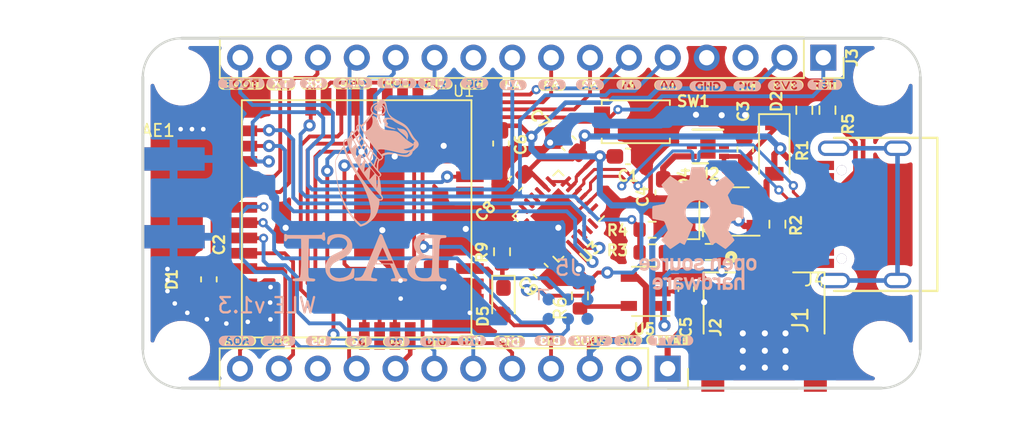
<source format=kicad_pcb>
(kicad_pcb (version 20221018) (generator pcbnew)
  (title_block (title "BastWAN-WLE") (date "2022-01-24") (rev "1.2") (company "Electronic Cats") (comment 3 "Eduardo Contreras") (comment 4 "Edgar Capuchino"))
  (layers (0 "F.Cu" signal) (31 "B.Cu" signal) (34 "B.Paste" user) (35 "F.Paste" user) (36 "B.SilkS" user "B.Silkscreen") (37 "F.SilkS" user "F.Silkscreen") (38 "B.Mask" user) (39 "F.Mask" user) (44 "Edge.Cuts" user))
  (net 0 "")
  (net 1 "/ANT")
  (net 2 "GND")
  (net 3 "Net-(C3-Pad1)")
  (net 4 "VBUS")
  (net 5 "Net-(D4-Pad1)")
  (net 6 "/D13")
  (net 7 "Net-(D5-Pad1)")
  (net 8 "+BATT")
  (net 9 "/D12")
  (net 10 "/D11")
  (net 11 "/D10")
  (net 12 "/D9")
  (net 13 "/D6")
  (net 14 "/D5")
  (net 15 "/SCL")
  (net 16 "/SDA")
  (net 17 "/RST")
  (net 18 "+3V3")
  (net 19 "unconnected-(J1-PadS1)")
  (net 20 "/A0")
  (net 21 "/A1")
  (net 22 "/A2")
  (net 23 "/A3")
  (net 24 "/A4")
  (net 26 "/CLK")
  (net 27 "/COPI")
  (net 28 "/CIPO")
  (net 29 "/RX")
  (net 30 "/TX")
  (net 31 "/BOOT0")
  (net 32 "/SWDIO")
  (net 33 "/SWCLK")
  (net 34 "/TX_USB")
  (net 35 "/RX_USB")
  (net 36 "/D+")
  (net 37 "/D-")
  (net 38 "Net-(R8-Pad1)")
  (net 39 "Net-(R6-Pad1)")
  (net 40 "Net-(AE1-Pad1)")
  (net 57 "Net-(C9-Pad1)")
  (net 59 "Net-(J1-PadA5)")
  (net 60 "Net-(J1-PadB5)")
  (footprint "MountingHole:MountingHole_2.7mm_M2.5" (layer "F.Cu") (at 131.73255 77.94 180)
    (fp_text reference "REF**" hide)
    (fp_text value "MountingHole_2.7mm_M2.5" hide)
  )
  (footprint "MountingHole:MountingHole_2.7mm_M2.5" (layer "F.Cu") (at 131.73255 60.16 180)
    (fp_text reference "REF**" hide)
    (fp_text value "MountingHole_2.7mm_M2.5" hide)
  )
  (footprint "MountingHole:MountingHole_2.7mm_M2.5" (layer "F.Cu") (at 86.01255 60.16 180)
    (fp_text reference "REF**" hide)
    (fp_text value "MountingHole_2.7mm_M2.5" hide)
  )
  (footprint "MountingHole:MountingHole_2.7mm_M2.5" (layer "F.Cu") (at 86.01255 77.94 180)
    (fp_text reference "REF**" hide)
    (fp_text value "MountingHole_2.7mm_M2.5" hide)
  )
  (footprint "Connector_PinSocket_2.54mm:PinSocket_1x12_P2.54mm_Vertical" (layer "F.Cu") (at 117.76255 79.21 -90)
    (fp_text reference "J2")
    (fp_text value "Conn_Right")
  )
  (footprint "Connector_PinSocket_2.54mm:PinSocket_1x16_P2.54mm_Vertical" (layer "F.Cu") (at 127.93255 58.89 -90)
    (fp_text reference "J3")
    (fp_text value "Conn_Left")
  )
  (footprint "Inductor_SMD:L_0402_1005Metric" (layer "F.Cu") (at 86.47255 73.35 90)
    (fp_text reference "D1")
    (fp_text value "PGB1010402KR")
  )
  (footprint "Capacitor_SMD:C_0603_1608Metric_Pad1.08x0.95mm_HandSolder" (layer "F.Cu") (at 122.83255 64.88 90)
    (fp_text reference "C3")
    (fp_text value "10uF")
  )
  (footprint "Capacitor_SMD:C_0603_1608Metric_Pad1.08x0.95mm_HandSolder" (layer "F.Cu") (at 117.47255 67.7 -90)
    (fp_text reference "C4")
    (fp_text value "10uF")
  )
  (footprint "Resistor_SMD:R_0603_1608Metric" (layer "F.Cu") (at 116.75255 70.13)
    (fp_text reference "R4")
    (fp_text value "1.5M")
  )
  (footprint "Resistor_SMD:R_0603_1608Metric" (layer "F.Cu") (at 106.94255 71.57 90)
    (fp_text reference "R9")
    (fp_text value "330")
  )
  (footprint "Package_TO_SOT_SMD:SOT-23-5" (layer "F.Cu") (at 116.32755 74.16 180)
    (fp_text reference "U5")
    (fp_text value "MCP73831")
  )
  (footprint "Resistor_SMD:R_0603_1608Metric" (layer "F.Cu") (at 120.47255 71.58 180)
    (fp_text reference "R8")
    (fp_text value "330")
  )
  (footprint "Rf:RAK3172" (layer "F.Cu") (at 89.95255 76.92 90)
    (fp_text reference "U1")
    (fp_text value "RAK3172")
  )
  (footprint "agroin:SMA_EDGE" (layer "F.Cu") (at 83.45 68.05)
    (fp_text reference "AE1")
    (fp_text value "Antenna")
  )
  (footprint "Connectors:JST_S2B-PH-SM4-TB(LF)(SN)" (layer "F.Cu") (at 124.06255 73.27)
    (fp_text reference "J4")
    (fp_text value "Conn_Battery")
  )
  (footprint "Capacitor_SMD:C_0603_1608Metric_Pad1.08x0.95mm_HandSolder" (layer "F.Cu") (at 115.18243 65.33988)
    (fp_text reference "C1")
    (fp_text value "0.1uF")
  )
  (footprint "Capacitor_SMD:C_0603_1608Metric_Pad1.08x0.95mm_HandSolder" (layer "F.Cu") (at 106.87255 64.5 -90)
    (fp_text reference "C6")
    (fp_text value "0.1uF")
  )
  (footprint "Capacitor_SMD:C_0603_1608Metric_Pad1.08x0.95mm_HandSolder" (layer "F.Cu") (at 111.29255 64.49 135)
    (fp_text reference "C7")
    (fp_text value "10uF")
  )
  (footprint "Capacitor_SMD:C_0603_1608Metric_Pad1.08x0.95mm_HandSolder" (layer "F.Cu") (at 87.78755 73.375 90)
    (fp_text reference "C2")
    (fp_text value "47pF")
  )
  (footprint "Resistor_SMD:R_0603_1608Metric" (layer "F.Cu") (at 116.75255 71.61 180)
    (fp_text reference "R3")
    (fp_text value "1M")
  )
  (footprint "Capacitor_SMD:C_0603_1608Metric_Pad1.08x0.95mm_HandSolder" (layer "F.Cu") (at 118.97255 74.0025 -90)
    (fp_text reference "C5")
    (fp_text value "10uF")
  )
  (footprint "Package_TO_SOT_SMD:SOT-23" (layer "F.Cu") (at 122.37255 68.94 180)
    (fp_text reference "Q1")
    (fp_text value "DMG3415U-7")
  )
  (footprint "Resistor_SMD:R_0603_1608Metric" (layer "F.Cu") (at 124.93255 69.77 -90)
    (fp_text reference "R2")
    (fp_text value "100K")
  )
  (footprint "Diode_SMD:D_SOD-123" (layer "F.Cu") (at 124.73255 64.83 -90)
    (fp_text reference "D2")
    (fp_text value "MBR120")
  )
  (footprint "Resistor_SMD:R_0603_1608Metric" (layer "F.Cu") (at 112.03255 74.45 90)
    (fp_text reference "R6")
    (fp_text value "1K")
  )
  (footprint "Switches:C455281" (layer "F.Cu") (at 112.93255 61.68)
    (fp_text reference "SW1")
    (fp_text value "RST")
  )
  (footprint "Capacitor_SMD:C_0603_1608Metric_Pad1.08x0.95mm_HandSolder" (layer "F.Cu") (at 107.80255 67.12 -135)
    (fp_text reference "C8")
    (fp_text value "0.1uF")
  )
  (footprint "Capacitor_SMD:C_0603_1608Metric_Pad1.08x0.95mm_HandSolder" (layer "F.Cu") (at 109.46243 72.80988 -45)
    (fp_text reference "C9")
    (fp_text value "4.7uF")
  )
  (footprint "Package_DFN_QFN:QFN-24-1EP_4x4mm_P0.5mm_EP2.6x2.6mm" (layer "F.Cu") (at 110.62255 69.24 -135)
    (fp_text reference "U3")
    (fp_text value "CP2104")
  )
  (footprint "Resistor_SMD:R_0603_1608Metric_Pad0.98x0.95mm_HandSolder" (layer "F.Cu") (at 126.69255 62.32 -90)
    (fp_text reference "R1")
    (fp_text value "5.1K")
  )
  (footprint "LED_SMD:LED_0603_1608Metric_Pad1.05x0.95mm_HandSolder" (layer "F.Cu") (at 107.03255 74.8 -90)
    (fp_text reference "D5")
    (fp_text value "D13")
  )
  (footprint "Package_DFN_QFN:DFN-6-1EP_2x2mm_P0.65mm_EP1x1.6mm" (layer "F.Cu") (at 120.39255 64.69 180)
    (fp_text reference "U2")
    (fp_text value "MCP1700_DFN6")
  )
  (footprint "Connectors:C393939" (layer "F.Cu") (at 128.63255 69.13 90)
    (fp_text reference "J1")
    (fp_text value "USB_C")
  )
  (footprint "Resistor_SMD:R_0603_1608Metric_Pad0.98x0.95mm_HandSolder" (layer "F.Cu") (at 128.20255 62.32 -90)
    (fp_text reference "R5")
    (fp_text value "5.1K")
  )
  (footprint "LED_SMD:LED_0603_1608Metric_Pad1.05x0.95mm_HandSolder" (layer "F.Cu") (at 119.10255 69.09 90)
    (fp_text reference "D4")
    (fp_text value "CHR")
  )
  (footprint "kibuzzard-61F04FE4" (layer "F.Cu") (at 97.5106 77.47)
    (fp_text reference "kibuzzard-61F04FE4" hide)
    (fp_text value "G***" hide)
  )
  (footprint "kibuzzard-61F04FBB" (layer "F.Cu") (at 89.7128 77.3938)
    (fp_text reference "kibuzzard-61F04FBB" hide)
    (fp_text value "G***" hide)
  )
  (footprint "kibuzzard-61F04E29" (layer "F.Cu") (at 89.916 60.6552)
    (fp_text reference "kibuzzard-61F04E29" hide)
    (fp_text value "G***" hide)
  )
  (footprint "kibuzzard-61F051CB" (layer "F.Cu") (at 128.0414 60.6552)
    (fp_text reference "kibuzzard-61F051CB" hide)
    (fp_text value "G***" hide)
  )
  (footprint "kibuzzard-61F05106" (layer "F.Cu") (at 110.109 77.3938)
    (fp_text reference "kibuzzard-61F05106" hide)
    (fp_text value "G***" hide)
  )
  (footprint "kibuzzard-61F050FC" (layer "F.Cu") (at 107.4166 77.3684)
    (fp_text reference "kibuzzard-61F050FC" hide)
    (fp_text value "G***" hide)
  )
  (footprint "kibuzzard-61F0500D" (layer "F.Cu") (at 102.616 77.3938)
    (fp_text reference "kibuzzard-61F0500D" hide)
    (fp_text value "G***" hide)
  )
  (footprint "kibuzzard-61F0524D" (layer "F.Cu") (at 117.8306 77.343)
    (fp_text reference "kibuzzard-61F0524D" hide)
    (fp_text value "G***" hide)
  )
  (footprint "kibuzzard-61F05112" (layer "F.Cu") (at 112.7252 77.3684)
    (fp_text reference "kibuzzard-61F05112" hide)
    (fp_text value "G***" hide)
  )
  (footprint "kibuzzard-61F04F78" (layer "F.Cu") (at 117.7798 60.6806)
    (fp_text reference "kibuzzard-61F04F78" hide)
    (fp_text value "G***" hide)
  )
  (footprint "kibuzzard-61F04F3C" (layer "F.Cu") (at 122.9614 60.7314)
    (fp_text reference "kibuzzard-61F04F3C" hide)
    (fp_text value "G***" hide)
  )
  (footprint "kibuzzard-61F04F06" (layer "F.Cu") (at 94.675 60.65)
    (fp_text reference "kibuzzard-61F04F06" hide)
    (fp_text value "G***" hide)
  )
  (footprint "kibuzzard-61F04F96" (layer "F.Cu") (at 112.6998 60.6806)
    (fp_text reference "kibuzzard-61F04F96" hide)
    (fp_text value "G***" hide)
  )
  (footprint "kibuzzard-61F050F3" (layer "F.Cu") (at 104.9528 77.343)
    (fp_text reference "kibuzzard-61F050F3" hide)
    (fp_text value "G***" hide)
  )
  (footprint "kibuzzard-61F04E50" (layer "F.Cu") (at 100.076 60.5536)
    (fp_text reference "kibuzzard-61F04E50" hide)
    (fp_text value "G***" hide)
  )
  (footprint "kibuzzard-61F04E1C" (layer "F.Cu") (at 92.475 60.7)
    (fp_text reference "kibuzzard-61F04E1C" hide)
    (fp_text value "G***" hide)
  )
  (footprint "kibuzzard-61F04EE7" (layer "F.Cu") (at 102.616 60.6298)
    (fp_text reference "kibuzzard-61F04EE7" hide)
    (fp_text value "G***" hide)
  )
  (footprint "kibuzzard-61F04F1E" (layer "F.Cu") (at 120.396 60.7568)
    (fp_text reference "kibuzzard-61F04F1E" hide)
    (fp_text value "G***" hide)
  )
  (footprint "kibuzzard-61F04FA0" (layer "F.Cu") (at 110.2106 60.7314)
    (fp_text reference "kibuzzard-61F04FA0" hide)
    (fp_text value "G***" hide)
  )
  (footprint "kibuzzard-61F051BF" (layer "F.Cu") (at 125.5014 60.6806)
    (fp_text reference "kibuzzard-61F051BF" hide)
    (fp_text value "G***" hide)
  )
  (footprint "kibuzzard-61F04FDB" (layer "F.Cu") (at 94.9452 77.3938)
    (fp_text reference "kibuzzard-61F04FDB" hide)
    (fp_text value "G***" hide)
  )
  (footprint "kibuzzard-61F04FC9" (layer "F.Cu") (at 92.2528 77.3938)
    (fp_text reference "kibuzzard-61F04FC9" hide)
    (fp_text value "G***" hide)
  )
  (footprint "kibuzzard-61F04F8A" (layer "F.Cu") (at 115.2398 60.6552)
    (fp_text reference "kibuzzard-61F04F8A" hide)
    (fp_text value "G***" hide)
  )
  (footprint "kibuzzard-61F04F3C" (layer "F.Cu") (at 105.0798 60.6552)
    (fp_text reference "kibuzzard-61F04F3C" hide)
    (fp_text value "G***" hide)
  )
  (footprint "kibuzzard-61F04E3E" (layer "F.Cu") (at 97.175 60.625)
    (fp_text reference "kibuzzard-61F04E3E" hide)
    (fp_text value "G***" hide)
  )
  (footprint "kibuzzard-61F04F3C" (layer "F.Cu") (at 115.2144 77.343)
    (fp_text reference "kibuzzard-61F04F3C" hide)
    (fp_text value "G***" hide)
  )
  (footprint "kibuzzard-61F04FF4" (layer "F.Cu") (at 99.9998 77.4446)
    (fp_text reference "kibuzzard-61F04FF4" hide)
    (fp_text value "G***" hide)
  )
  (footprint "kibuzzard-61F04FAE" (layer "F.Cu") (at 107.6452 60.6552)
    (fp_text reference "kibuzzard-61F04FAE" hide)
    (fp_text value "G***" hide)
  )
  (footprint "Connector:Tag-Connect_TC2030-IDC-NL_2x03_P1.27mm_Vertical" (layer "B.Cu") (at 111.25255 75.32)
    (fp_text reference "J5")
    (fp_text value "SWD")
  )
  (footprint "Symbol:OSHW-Logo_7.5x8mm_SilkScreen" (layer "B.Cu") (at 119.75 70.05 180)
    (fp_text reference "REF**" hide)
    (fp_text value "OSHW-Logo_7.5x8mm_SilkScreen" hide)
  )
  (footprint "kibuzzard-61F04FF4" (layer "B.Cu") (at 100.076 77.4446 180)
    (fp_text reference "kibuzzard-61F04FF4" hide)
    (fp_text value "G***" hide)
  )
  (footprint "kibuzzard-61F04E1C" (layer "B.Cu") (at 92.5068 60.5536 180)
    (fp_text reference "kibuzzard-61F04E1C" hide)
    (fp_text value "G***" hide)
  )
  (footprint "kibuzzard-61F04E29" (layer "B.Cu") (at 89.9 60.55 180)
    (fp_text reference "kibuzzard-61F04E29" hide)
    (fp_text value "G***" hide)
  )
  (footprint "kibuzzard-61F04FBB" (layer "B.Cu") (at 89.6 77.4 180)
    (fp_text reference "kibuzzard-61F04FBB" hide)
    (fp_text value "G***" hide)
  )
  (footprint "kibuzzard-61F050F3" (layer "B.Cu") (at 104.9782 77.3938 180)
    (fp_text reference "kibuzzard-61F050F3" hide)
    (fp_text value "G***" hide)
  )
  (footprint "kibuzzard-61F04FC9" (layer "B.Cu") (at 92.3544 77.4 180)
    (fp_text reference "kibuzzard-61F04FC9" hide)
    (fp_text value "G***" hide)
  )
  (footprint "kibuzzard-61F04FDB" (layer "B.Cu") (at 94.9706 77.4 180)
    (fp_text reference "kibuzzard-61F04FDB" hide)
    (fp_text value "G***" hide)
  )
  (footprint "kibuzzard-61F04F78" (layer "B.Cu") (at 117.8306 60.6806 180)
    (fp_text reference "kibuzzard-61F04F78" hide)
    (fp_text value "G***" hide)
  )
  (footprint "kibuzzard-61F0500D" (layer "B.Cu") (at 102.616 77.4446 180)
    (fp_text reference "kibuzzard-61F0500D" hide)
    (fp_text value "G***" hide)
  )
  (footprint "kibuzzard-61F04FAE" (layer "B.Cu") (at 107.6706 60.6806 180)
    (fp_text reference "kibuzzard-61F04FAE" hide)
    (fp_text value "G***" hide)
  )
  (footprint "kibuzzard-61F04F3C" (layer "B.Cu") (at 122.9614 60.7568 180)
    (fp_text reference "kibuzzard-61F04F3C" hide)
    (fp_text value "G***" hide)
  )
  (footprint "kibuzzard-61F04F1E" (layer "B.Cu") (at 120.396 60.7568 180)
    (fp_text reference "kibuzzard-61F04F1E" hide)
    (fp_text value "G***" hide)
  )
  (footprint "kibuzzard-61F05106" (layer "B.Cu") (at 110.0836 77.3684 180)
    (fp_text reference "kibuzzard-61F05106" hide)
    (fp_text value "G***" hide)
  )
  (footprint "kibuzzard-61F04F8A" (layer "B.Cu") (at 115.225 60.65 180)
    (fp_text reference "kibuzzard-61F04F8A" hide)
    (fp_text value "G***" hide)
  )
  (footprint "kibuzzard-61F04F06" (layer "B.Cu") (at 94.625 60.55 180)
    (fp_text reference "kibuzzard-61F04F06" hide)
    (fp_text value "G***" hide)
  )
  (footprint "kibuzzard-61F051CB" (layer "B.Cu") (at 128.016 60.6552 180)
    (fp_text reference "kibuzzard-61F051CB" hide)
    (fp_text value "G***" hide)
  )
  (footprint "kibuzzard-61F04EE7" (layer "B.Cu") (at 102.55 60.55 180)
    (fp_text reference "kibuzzard-61F04EE7" hide)
    (fp_text value "G***" hide)
  )
  (footprint "kibuzzard-61F05112" (layer "B.Cu") (at 112.6998 77.3938 180)
    (fp_text reference "kibuzzard-61F05112" hide)
    (fp_text value "G***" hide)
  )
  (footprint "Aesthetics:bast_8x8" (layer "B.Cu") (at 98 67.475 180)
    (fp_text reference "G***" hide)
    (fp_text value "LOGO" hide)
  )
  (footprint "kibuzzard-61F050FC" (layer "B.Cu") (at 107.4166 77.47 180)
    (fp_text reference "kibuzzard-61F050FC" hide)
    (fp_text value "G***" hide)
  )
  (footprint "kibuzzard-61F04FE4" (layer "B.Cu") (at 97.6 77.4 180)
    (fp_text reference "kibuzzard-61F04FE4" hide)
    (fp_text value "G***" hide)
  )
  (footprint "kibuzzard-61F051BF" (layer "B.Cu") (at 125.45 60.725 180)
    (fp_text reference "kibuzzard-61F051BF" hide)
    (fp_text value "G***" hide)
  )
  (footprint "kibuzzard-61F04F3C" (layer "B.Cu") (at 105.15 60.55 180)
    (fp_text reference "kibuzzard-61F04F3C" hide)
    (fp_text value "G***" hide)
  )
  (footprint "kibuzzard-61F04E3E" (layer "B.Cu") (at 97.1804 60.525 180)
    (fp_text reference "kibuzzard-61F04E3E" hide)
    (fp_text value "G***" hide)
  )
  (footprint "kibuzzard-61F04F3C" (layer "B.Cu") (at 115.1636 77.3938 180)
    (fp_text reference "kibuzzard-61F04F3C" hide)
    (fp_text value "G***" hide)
  )
  (footprint "kibuzzard-61F0524D" (layer "B.Cu") (at 117.9576 77.3684 180)
    (fp_text reference "kibuzzard-61F0524D" hide)
    (fp_text value "G***" hide)
  )
  (footprint "kibuzzard-61F04FA0" (layer "B.Cu") (at 110.2 60.65 180)
    (fp_text reference "kibuzzard-61F04FA0" hide)
    (fp_text value "G***" hide)
  )
  (footprint "kibuzzard-61F04F96" (layer "B.Cu") (at 112.6744 60.65 180)
    (fp_text reference "kibuzzard-61F04F96" hide)
    (fp_text value "G***" hide)
  )
  (footprint "kibuzzard-61F04E50" (layer "B.Cu") (at 100.05 60.55 180)
    (fp_text reference "kibuzzard-61F04E50" hide)
    (fp_text value "G***" hide)
  )
  (gr_arc (start 134.27255 77.94) (mid 133.528601 79.736051) (end 131.73255 80.48) (stroke (width 0.15)) (layer "Edge.Cuts"))
  (gr_line (start 86.01255 57.62) (end 131.73255 57.62) (stroke (width 0.2)) (layer "Edge.Cuts"))
  (gr_line (start 134.27255 60.16) (end 134.27255 77.94) (stroke (width 0.2)) (layer "Edge.Cuts"))
  (gr_arc (start 131.73255 57.62) (mid 133.528601 58.363949) (end 134.27255 60.16) (stroke (width 0.15)) (layer "Edge.Cuts"))
  (gr_arc (start 83.47255 60.16) (mid 84.216499 58.363949) (end 86.01255 57.62) (stroke (width 0.15)) (layer "Edge.Cuts"))
  (gr_line (start 83.47255 77.94) (end 83.47255 60.16) (stroke (width 0.2)) (layer "Edge.Cuts"))
  (gr_arc (start 86.01255 80.48) (mid 84.216499 79.736051) (end 83.47255 77.94) (stroke (width 0.15)) (layer "Edge.Cuts"))
  (gr_line (start 131.73255 80.48) (end 86.01255 80.48) (stroke (width 0.2)) (layer "Edge.Cuts"))
  (gr_text "WLE" (at 93.375 75.075) (layer "B.SilkS") (effects (font (size 1 1)) (justify mirror)))
  (gr_text "v1.3" (at 89.925 75.075) (layer "B.SilkS") (effects (font (size 1 1)) (justify mirror)))
  (segment (start 90.04255 74.67) (end 88.22005 74.67) (width 0.5) (layer "F.Cu") (net 1))
  (segment (start 87.78755 74.2375) (end 86.87505 74.2375) (width 0.5) (layer "F.Cu") (net 1))
  (segment (start 86.87505 74.2375) (end 86.47255 73.835) (width 0.5) (layer "F.Cu") (net 1))
  (segment (start 88.22005 74.67) (end 87.78755 74.2375) (width 0.5) (layer "F.Cu") (net 1))
  (segment (start 122.83255 64.0175) (end 121.46505 64.0175) (width 0.3) (layer "F.Cu") (net 2))
  (segment (start 112.522899 68.400311) (end 112.41685 68.400311) (width 0.2) (layer "F.Cu") (net 2))
  (segment (start 104.85255 75.8) (end 104.77255 75.88) (width 0.25) (layer "F.Cu") (net 2))
  (segment (start 114.73255 68.350581) (end 114.913131 68.350581) (width 0.3) (layer "F.Cu") (net 2))
  (segment (start 103.15 64.67) (end 103.13 64.65) (width 0.25) (layer "F.Cu") (net 2))
  (segment (start 112.41685 68.400311) (end 111.577161 69.24) (width 0.2) (layer "F.Cu") (net 2))
  (segment (start 99.53 65.08) (end 99.58 65.03) (width 0.25) (layer "F.Cu") (net 2))
  (segment (start 109.653279 64.909511) (end 107.325539 64.909511) (width 0.5) (layer "F.Cu") (net 2))
  (segment (start 104.85255 74.42) (end 104.85255 75.8) (width 0.25) (layer "F.Cu") (net 2))
  (segment (start 124.93255 70.595) (end 124.93255 71.18) (width 0.4) (layer "F.Cu") (net 2))
  (segment (start 110.839576 69.63) (end 110.862372 69.652796) (width 0.2) (layer "F.Cu") (net 2))
  (segment (start 117.57755 70.13) (end 116.64754 69.19999) (width 0.3) (layer "F.Cu") (net 2))
  (segment (start 124.93255 73.14) (end 125.06255 73.27) (width 0.4) (layer "F.Cu") (net 2))
  (segment (start 110.62255 69.63) (end 110.839576 69.63) (width 0.2) (layer "F.Cu") (net 2))
  (segment (start 126.06505 61.4075) (end 126.69255 61.4075) (width 0.3) (layer "F.Cu") (net 2))
  (segment (start 111.82731 73.41976) (end 112.03255 73.625) (width 0.3) (layer "F.Cu") (net 2))
  (segment (start 104.84255 64.67) (end 103.15 64.67) (width 0.25) (layer "F.Cu") (net 2))
  (segment (start 126.874695 65.93) (end 125.86754 64.922845) (width 0.3) (layer "F.Cu") (net 2))
  (segment (start 103.11255 73.89) (end 103.58255 73.42) (width 0.3) (layer "F.Cu") (net 2))
  (segment (start 112.32255 73.435) (end 112.32255 73.08) (width 0.25) (layer "F.Cu") (net 2))
  (segment (start 110.07231 73.41976) (end 111.82731 73.41976) (width 0.3) (layer "F.Cu") (net 2))
  (segment (start 112.522899 68.399651) (end 113.512259 67.410291) (width 0.2) (layer "F.Cu") (net 2))
  (segment (start 110.68267 63.88012) (end 109.653279 64.909511) (width 0.5) (layer "F.Cu") (net 2))
  (segment (start 124.93255 71.18) (end 124.93255 73.14) (width 0.4) (layer "F.Cu") (net 2))
  (segment (start 103.11255 73.89) (end 103.28255 73.89) (width 0.3) (layer "F.Cu") (net 2))
  (segment (start 113.512259 67.410291) (end 113.792259 67.410291) (width 0.2) (layer "F.Cu") (net 2))
  (segment (start 126.00255 72.33) (end 125.06255 73.27) (width 0.4) (layer "F.Cu") (net 2))
  (segment (start 117.42755 74.16) (end 118.26755 74.16) (width 0.25) (layer "F.Cu") (net 2))
  (segment (start 113.792259 67.410291) (end 114.73255 68.350581) (width 0.3) (layer "F.Cu") (net 2))
  (segment (start 121.46505 64.0175) (end 121.44255 64.04) (width 0.3) (layer "F.Cu") (net 2))
  (segment (start 106.87255 67.40976) (end 106.87255 65.3625) (width 0.3) (layer "F.Cu") (net 2))
  (segment (start 107.19267 67.72988) (end 106.87255 67.40976) (width 0.3) (layer "F.Cu") (net 2))
  (segment (start 118.26755 74.16) (end 118.97255 74.865) (width 0.25) (layer "F.Cu") (net 2))
  (segment (start 98.44255 64.72255) (end 98.8 65.08) (width 0.25) (layer "F.Cu") (net 2))
  (segment (start 116.64754 69.19999) (end 116.64754 65.94249) (width 0.3) (layer "F.Cu") (net 2))
  (segment (start 106.18005 64.67) (end 104.84255 64.67) (width 0.3) (layer "F.Cu") (net 2))
  (segment (start 107.325539 64.909511) (end 106.87255 65.3625) (width 0.5) (layer "F.Cu") (net 2))
  (segment (start 106.87255 65.3625) (end 106.18005 64.67) (width 0.3) (layer "F.Cu") (net 2))
  (segment (start 118.97255 74.865) (end 120.14755 74.865) (width 0.3) (layer "F.Cu") (net 2))
  (segment (start 98.44255 61.77) (end 98.44255 64.72255) (width 0.25) (layer "F.Cu") (net 2))
  (segment (start 125.86754 61.60501) (end 126.06505 61.4075) (width 0.3) (layer "F.Cu") (net 2))
  (segment (start 127.80755 65.93) (end 126.874695 65.93) (width 0.3) (layer "F.Cu") (net 2))
  (segment (start 127.80755 72.33) (end 126.00255 72.33) (width 0.4) (layer "F.Cu") (net 2))
  (segment (start 91.51 73.67) (end 91.64 73.8) (width 0.25) (layer "F.Cu") (net 2))
  (segment (start 125.86754 64.922845) (end 125.86754 61.60501) (width 0.3) (layer "F.Cu") (net 2))
  (segment (start 98.8 65.08) (end 99.53 65.08) (width 0.25) (layer "F.Cu") (net 2))
  (segment (start 112.32255 73.08) (end 111.95255 72.71) (width 0.25) (layer "F.Cu") (net 2))
  (segment (start 103.58255 73.42) (end 104.85255 73.42) (width 0.3) (layer "F.Cu") (net 2))
  (segment (start 116.64754 65.94249) (end 116.04493 65.33988) (width 0.3) (layer "F.Cu") (net 2))
  (segment (start 112.522899 68.400311) (end 112.522899 68.399651) (width 0.2) (layer "F.Cu") (net 2))
  (segment (start 90.04255 73.67) (end 91.51 73.67) (width 0.25) (layer "F.Cu") (net 2))
  (via (at 121.29255 62.65) (size 0.8) (drill 0.4) (layers "F.Cu" "B.Cu") (net 2))
  (via (at 120.14755 74.865) (size 0.8) (drill 0.4) (layers "F.Cu" "B.Cu") (net 2))
  (via (at 103.11255 73.89) (size 0.8) (drill 0.4) (layers "F.Cu" "B.Cu") (net 2))
  (via (at 87.42255 63.56) (size 0.6) (drill 0.3) (layers "F.Cu" "B.Cu") (net 2))
  (via (at 111.95255 72.71) (size 0.8) (drill 0.4) (layers "F.Cu" "B.Cu") (net 2))
  (via (at 85.08255 72.7) (size 0.6) (drill 0.3) (layers "F.Cu" "B.Cu") (net 2))
  (via (at 104.57255 70.08) (size 0.8) (drill 0.4) (layers "F.Cu" "B.Cu") (net 2))
  (via (at 110.62 70) (size 0.8) (drill 0.4) (layers "F.Cu" "B.Cu") (net 2))
  (via (at 100.31 73.46) (size 0.6) (drill 0.3) (layers "F.Cu" "B.Cu") (net 2))
  (via (at 91.82 73.88) (size 0.6) (drill 0.3) (layers "F.Cu" "B.Cu") (net 2))
  (via (at 103.13 64.65) (size 0.8) (drill 0.4) (layers "F.Cu" "B.Cu") (net 2))
  (via (at 122.67255 79.14) (size 0.8) (drill 0.4) (layers "F.Cu" "B.Cu") (net 2))
  (via (at 119.61255 62.62) (size 0.8) (drill 0.4) (layers "F.Cu" "B.Cu") (net 2))
  (via (at 122.67255 78.04) (size 0.8) (drill 0.4) (layers "F.Cu" "B.Cu") (net 2))
  (via (at 91.81 75.99) (size 0.6) (drill 0.3) (layers "F.Cu" "B.Cu") (net 2))
  (via (at 124.11255 79.14) (size 0.8) (drill 0.4) (layers "F.Cu" "B.Cu") (net 2))
  (via (at 124.11255 76.9) (size 0.8) (drill 0.4) (layers "F.Cu" "B.Cu") (net 2))
  (via (at 104.84 75.56) (size 0.6) (drill 0.3) (layers "F.Cu" "B.Cu") (net 2))
  (via (at 85.56 74.95) (size 0.6) (drill 0.3) (layers "F.Cu" "B.Cu") (net 2))
  (via (at 92.805 70.005) (size 0.8) (drill 0.4) (layers "F.Cu" "B.Cu") (net 2))
  (via (at 91.79 74.89) (size 0.6) (drill 0.3) (layers "F.Cu" "B.Cu") (net 2))
  (via (at 85.94255 63.56) (size 0.6) (drill 0.3) (layers "F.Cu" "B.Cu") (net 2))
  (via (at 124.11255 78.04) (size 0.8) (drill 0.4) (layers "F.Cu" "B.Cu") (net 2))
  (via (at 86.68255 63.56) (size 0.6) (drill 0.3) (layers "F.Cu" "B.Cu") (net 2))
  (via (at 125.46255 79.14) (size 0.8) (drill 0.4) (layers "F.Cu" "B.Cu") (net 2))
  (via (at 86.38 75.56) (size 0.6) (drill 0.3) (layers "F.Cu" "B.Cu") (net 2))
  (via (at 87.66 75.98) (size 0.6) (drill 0.3) (layers "F.Cu" "B.Cu") (net 2))
  (via (at 122.67255 76.9) (size 0.8) (drill 0.4) (layers "F.Cu" "B.Cu") (net 2))
  (via (at 88.93 76.26) (size 0.6) (drill 0.3) (layers "F.Cu" "B.Cu") (net 2))
  (via (at 125.46255 76.9) (size 0.8) (drill 0.4) (layers "F.Cu" "B.Cu") (net 2))
  (via (at 85.08255 74.14) (size 0.6) (drill 0.3) (layers "F.Cu" "B.Cu") (net 2))
  (via (at 100.32 74.63) (size 0.6) (drill 0.3) (layers "F.Cu" "B.Cu") (net 2))
  (via (at 99.12 70.16) (size 0.8) (drill 0.4) (layers "F.Cu" "B.Cu") (net 2))
  (via (at 122.82255 62.64) (size 0.8) (drill 0.4) (layers "F.Cu" "B.Cu") (net 2))
  (via (at 99.93 65.34) (size 0.8) (drill 0.4) (layers "F.Cu" "B.Cu") (net 2))
  (via (at 90.33 76.15) (size 0.6) (drill 0.3) (layers "F.Cu" "B.Cu") (net 2))
  (via (at 125.46255 78.04) (size 0.8) (drill 0.4) (layers "F.Cu" "B.Cu") (net 2))
  (via (at 110.08 64.44) (size 0.8) (drill 0.4) (layers "F.Cu" "B.Cu") (net 2))
  (via (at 85.08255 73.42) (size 0.6) (drill 0.3) (layers "F.Cu" "B.Cu") (net 2))
  (segment (start 90.31 66.38) (end 90.31 67.26) (width 0.25) (layer "B.Cu") (net 2))
  (segment (start 110.08 64.06) (end 110.08 64.44) (width 0.25) (layer "B.Cu") (net 2))
  (segment (start 112.02255 73.14) (end 110.862372 71.979822) (width 0.3) (layer "B.Cu") (net 2))
  (segment (start 91.54 67.45) (end 91.96 67.87) (width 0.5) (layer "B.Cu") (net 2))
  (segment (start 91.96 67.87) (end 91.96 68.01) (width 0.5) (layer "B.Cu") (net 2))
  (segment (start 89.44 65.51) (end 90.26 66.33) (width 0.25) (layer "B.Cu") (net 2))
  (segment (start 113.13 63.18) (end 117.81 63.18) (width 0.6) (layer "B.Cu") (net 2))
  (segment (start 92.13 69.33) (end 92.805 70.005) (width 0.5) (layer "B.Cu") (net 2))
  (segment (start 110.84 63.3) (end 110.08 64.06) (width 0.25) (layer "B.Cu") (net 2))
  (segment (start 110.862372 71.979822) (end 110.862372 69.652796) (width 0.3) (layer "B.Cu") (net 2))
  (segment (start 92.96 70.16) (end 92.805 70.005) (width 0.5) (layer "B.Cu") (net 2))
  (segment (start 90.5 67.45) (end 91.54 67.45) (width 0.25) (layer "B.Cu") (net 2))
  (segment (start 112.52255 74.685) (end 112.52255 73.51) (width 0.4) (layer "B.Cu") (net 2))
  (segment (start 117.47 63.25) (end 117.33 63.39) (width 0.25) (layer "B.Cu") (net 2))
  (segment (start 92.96 70.16) (end 99.12 70.16) (width 0.5) (layer "B.Cu") (net 2))
  (segment (start 112.52255 73.51) (end 112.24255 73.23) (width 0.4) (layer "B.Cu") (net 2))
  (segment (start 113.36 63.39) (end 113.31 63.39) (width 0.25) (layer "B.Cu") (net 2))
  (segment (start 111.48 62.66) (end 110.84 63.3) (width 0.25) (layer "B.Cu") (net 2))
  (segment (start 92.13 68.04) (end 92.13 69.33) (width 0.5) (layer "B.Cu") (net 2))
  (segment (start 113.115 63.195) (end 112.58 62.66) (width 0.25) (layer "B.Cu") (net 2))
  (segment (start 90.31 67.26) (end 90.5 67.45) (width 0.25) (layer "B.Cu") (net 2))
  (segment (start 91.96 67.87) (end 92.13 68.04) (width 0.5) (layer "B.Cu") (net 2))
  (segment (start 112.58 62.66) (end 111.48 62.66) (width 0.25) (layer "B.Cu") (net 2))
  (segment (start 113.115 63.195) (end 113.13 63.18) (width 0.6) (layer "B.Cu") (net 2))
  (segment (start 119.61255 62.62) (end 118.1 62.62) (width 0.25) (layer "B.Cu") (net 2))
  (segment (start 85.71455 65.51) (end 89.44 65.51) (width 0.25) (layer "B.Cu") (net 2))
  (segment (start 90.26 66.33) (end 90.31 66.38) (width 0.25) (layer "B.Cu") (net 2))
  (segment (start 118.1 62.62) (end 117.47 63.25) (width 0.25) (layer "B.Cu") (net 2))
  (segment (start 117.33 63.39) (end 113.36 63.39) (width 0.25) (layer "B.Cu") (net 2))
  (segment (start 122.43005 65.34) (end 122.83255 65.7425) (width 0.3) (layer "F.Cu") (net 3))
  (segment (start 123.37255 67.99) (end 123.14255 67.99) (width 0.3) (layer "F.Cu") (net 3))
  (segment (start 121.44255 65.34) (end 122.43005 65.34) (width 0.3) (layer "F.Cu") (net 3))
  (segment (start 124.73255 63.18) (end 124.73255 63.582169) (width 0.3) (layer "F.Cu") (net 3))
  (segment (start 123.14255 67.99) (end 121.44255 66.29) (width 0.3) (layer "F.Cu") (net 3))
  (segment (start 122.83255 65.482169) (end 122.83255 65.7425) (width 0.3) (layer "F.Cu") (net 3))
  (segment (start 124.73255 63.582169) (end 122.83255 65.482169) (width 0.3) (layer "F.Cu") (net 3))
  (segment (start 121.44255 66.29) (end 121.44255 65.34) (width 0.3) (layer "F.Cu") (net 3))
  (segment (start 120.39755 68.215) (end 120.69755 67.915) (width 0.3) (layer "F.Cu") (net 4))
  (segment (start 125.88255 69.895) (end 124.93255 68.945) (width 0.4) (layer "F.Cu") (net 4))
  (segment (start 109.43255 65.51) (end 111.54255 65.51) (width 0.3) (layer "F.Cu") (net 4))
  (segment (start 124.222551 66.989999) (end 124.73255 66.48) (width 0.4) (layer "F.Cu") (net 4))
  (segment (start 108.41243 66.51012) (end 108.43243 66.51012) (width 0.3) (layer "F.Cu") (net 4))
  (segment (start 112.22255 64.104998) (end 112.347548 63.98) (width 0.4) (layer "F.Cu") (net 4))
  (segment (start 116.34255 73.83) (end 116.34255 76.22) (width 0.4) (layer "F.Cu") (net 4))
  (segment (start 124.73255 66.48) (end 124.73255 65.205625) (width 0.4) (layer "F.Cu") (net 4))
  (segment (start 123.37255 69.89) (end 122.77255 69.89) (width 0.4) (layer "F.Cu") (net 4))
  (segment (start 127.238548 71.61) (end 126.35255 71.61) (width 0.4) (layer "F.Cu") (net 4))
  (segment (start 124.93255 68.945) (end 124.222551 68.235001) (width 0.4) (layer "F.Cu") (net 4))
  (segment (start 124.93255 68.945) (end 124.31755 68.945) (width 0.4) (layer "F.Cu") (net 4))
  (segment (start 122.77255 69.89) (end 122.39755 69.515) (width 0.4) (layer "F.Cu") (net 4))
  (segment (start 127.80755 66.73) (end 126.896865 66.73) (width 0.4) (layer "F.Cu") (net 4))
  (segment (start 119.10255 68.215) (end 120.39755 68.215) (width 0.3) (layer "F.Cu") (net 4))
  (segment (start 126.35255 71.61) (end 125.88255 71.14) (width 0.4) (layer "F.Cu") (net 4))
  (segment (start 125.88255 71.14) (end 125.88255 69.895) (width 0.4) (layer "F.Cu") (net 4))
  (segment (start 115.22755 73.21) (end 115.72255 73.21) (width 0.4) (layer "F.Cu") (net 4))
  (segment (start 116.34255 76.22) (end 115.21255 77.35) (width 0.4) (layer "F.Cu") (net 4))
  (segment (start 112.22255 64.83) (end 112.22255 64.104998) (width 0.4) (layer "F.Cu") (net 4))
  (segment (start 124.73255 65.205625) (end 125.11753 64.820645) (width 0.4) (layer "F.Cu") (net 4))
  (segment (start 112.98255 77.35) (end 112.68255 77.65) (width 0.4) (layer "F.Cu") (net 4))
  (segment (start 108.43243 66.51012) (end 109.43255 65.51) (width 0.3) (layer "F.Cu") (net 4))
  (segment (start 126.896865 66.73) (end 125.11753 64.950665) (width 0.4) (layer "F.Cu") (net 4))
  (segment (start 112.68255 77.65) (end 112.68255 79.21) (width 0.4) (layer "F.Cu") (net 4))
  (segment (start 122.19755 67.915) (end 122.39755 68.115) (width 0.3) (layer "F.Cu") (net 4))
  (segment (start 108.95333 66.51012) (end 109.782861 67.339651) (width 0.3) (layer "F.Cu") (net 4))
  (segment (start 115.21255 77.35) (end 112.98255 77.35) (width 0.4) (layer "F.Cu") (net 4))
  (segment (start 108.41243 66.51012) (end 108.95333 66.51012) (width 0.3) (layer "F.Cu") (net 4))
  (segment (start 111.54255 65.51) (end 112.22255 64.83) (width 0.3) (layer "F.Cu") (net 4))
  (segment (start 124.222551 68.235001) (end 124.222551 66.989999) (width 0.4) (layer "F.Cu") (net 4))
  (segment (start 125.11753 64.950665) (end 125.11753 64.820645) (width 0.4) (layer "F.Cu") (net 4))
  (segment (start 109.782861 67.339651) (end 109.432712 66.989502) (width 0.3) (layer "F.Cu") (net 4))
  (segment (start 124.31755 68.945) (end 123.37255 69.89) (width 0.4) (layer "F.Cu") (net 4))
  (segment (start 120.69755 67.915) (end 122.19755 67.915) (width 0.3) (layer "F.Cu") (net 4))
  (segment (start 115.72255 73.21) (end 116.34255 73.83) (width 0.4) (layer "F.Cu") (net 4))
  (segment (start 122.39755 68.115) (end 122.39755 69.515) (width 0.3) (layer "F.Cu") (net 4))
  (via (at 122.39755 69.515) (size 0.8) (drill 0.4) (layers "F.Cu" "B.Cu") (net 4))
  (via (at 112.347548 63.98) (size 0.8) (drill 0.4) (layers "F.Cu" "B.Cu") (net 4))
  (via (at 125.11753 64.820645) (size 0.8) (drill 0.4) (layers "F.Cu" "B.Cu") (net 4))
  (segment (start 112.407059 64.039511) (end 124.336396 64.039511) (width 0.4) (layer "B.Cu") (net 4))
  (segment (start 112.68255 78.10745) (end 113.39 77.4) (width 0.4) (layer "B.Cu") (net 4))
  (segment (start 118.145 69.515) (end 122.39755 69.515) (width 0.4) (layer "B.Cu") (net 4))
  (segment (start 124.336396 64.039511) (end 125.11753 64.820645) (width 0.4) (layer "B.Cu") (net 4))
  (segment (start 113.39 77.4) (end 116.29 77.4) (width 0.4) (layer "B.Cu") (net 4))
  (segment (start 112.68255 79.21) (end 112.68255 78.10745) (width 0.4) (layer "B.Cu") (net 4))
  (segment (start 112.347548 63.98) (end 112.407059 64.039511) (width 0.4) (layer "B.Cu") (net 4))
  (segment (start 116.757591 70.902409) (end 118.145 69.515) (width 0.4) (layer "B.Cu") (net 4))
  (segment (start 116.757591 76.932409) (end 116.757591 70.902409) (width 0.4) (layer "B.Cu") (net 4))
  (segment (start 116.29 77.4) (end 116.757591 76.932409) (width 0.4) (layer "B.Cu") (net 4))
  (segment (start 119.77255 70.635) (end 119.77255 71.5825) (width 0.5) (layer "F.Cu") (net 5))
  (segment (start 119.10255 69.965) (end 119.77255 70.635) (width 0.5) (layer "F.Cu") (net 5))
  (segment (start 107.73755 76.38) (end 107.03255 75.675) (width 0.25) (layer "F.Cu") (net 6))
  (segment (start 110.14255 79.21) (end 110.14255 76.83255) (width 0.25) (layer "F.Cu") (net 6))
  (segment (start 109.69 76.38) (end 107.73755 76.38) (width 0.25) (layer "F.Cu") (net 6))
  (segment (start 106.23303 74.87548) (end 107.03255 75.675) (width 0.25) (layer "F.Cu") (net 6))
  (segment (start 110.14255 76.83255) (end 109.69 76.38) (width 0.25) (layer "F.Cu") (net 6))
  (segment (start 106.23303 72.91048) (end 106.23303 74.87548) (width 0.25) (layer "F.Cu") (net 6))
  (segment (start 104.84255 72.67) (end 105.99255 72.67) (width 0.25) (layer "F.Cu") (net 6))
  (segment (start 105.99255 72.67) (end 106.23303 72.91048) (width 0.25) (layer "F.Cu") (net 6))
  (segment (start 107.177549 73.955001) (end 106.96255 73.740002) (width 0.3) (layer "F.Cu") (net 7))
  (segment (start 106.96255 73.740002) (end 106.96255 72.707498) (width 0.3) (layer "F.Cu") (net 7))
  (segment (start 106.96255 72.707498) (end 107.177549 72.492499) (width 0.3) (layer "F.Cu") (net 7))
  (segment (start 121.51255 73.86) (end 121.51255 74.36) (width 0.4) (layer "F.Cu") (net 8))
  (segment (start 119.93255 73.14) (end 120.65255 73.86) (width 0.4) (layer "F.Cu") (net 8))
  (segment (start 117.57755 73.06) (end 117.42755 73.21) (width 0.3) (layer "F.Cu") (net 8))
  (segment (start 122.47255 73.86) (end 123.06255 73.27) (width 0.4) (layer "F.Cu") (net 8))
  (segment (start 121.51255 73.86) (end 122.03255 73.86) (width 0.4) (layer "F.Cu") (net 8))
  (segment (start 117.76255 77.64) (end 118.72255 76.68) (width 0.4) (layer "F.Cu") (net 8))
  (segment (start 117.76255 79.21) (end 117.76255 77.64) (width 0.4) (layer "F.Cu") (net 8))
  (segment (start 122.03255 73.86) (end 122.47255 73.86) (width 0.4) (layer "F.Cu") (net 8))
  (segment (start 120.65255 73.86) (end 121.51255 73.86) (width 0.4) (layer "F.Cu") (net 8))
  (segment (start 121.01255 73.86) (end 121.51255 74.36) (width 0.4) (layer "F.Cu") (net 8))
  (segment (start 117.57755 71.61) (end 117.57755 73.06) (width 0.3) (layer "F.Cu") (net 8))
  (segment (start 122.01255 73.86) (end 121.51255 74.36) (width 0.4) (layer "F.Cu") (net 8))
  (segment (start 118.90255 73.21) (end 118.97255 73.14) (width 0.3) (layer "F.Cu") (net 8))
  (segment (start 118.97255 73.14) (end 119.67255 73.14) (width 0.4) (layer "F.Cu") (net 8))
  (segment (start 121.37255 68.94) (end 121.37255 70.33) (width 0.3) (layer "F.Cu") (net 8))
  (segment (start 123.06255 72.02) (end 123.06255 73.27) (width 0.3) (layer "F.Cu") (net 8))
  (segment (start 122.03255 73.86) (end 122.01255 73.86) (width 0.4) (layer "F.Cu") (net 8))
  (segment (start 117.42755 73.21) (end 118.90255 73.21) (width 0.3) (layer "F.Cu") (net 8))
  (segment (start 119.40255 73.21) (end 119.47255 73.14) (width 0.4) (layer "F.Cu") (net 8))
  (segment (start 121.37255 70.33) (end 123.06255 72.02) (width 0.3) (layer "F.Cu") (net 8))
  (segment (start 118.97255 73.14) (end 119.47255 73.14) (width 0.4) (layer "F.Cu") (net 8))
  (segment (start 121.51255 74.36) (end 121.51255 75.97) (width 0.4) (layer "F.Cu") (net 8))
  (segment (start 118.72255 76.68) (end 120.80255 76.68) (width 0.4) (layer "F.Cu") (net 8))
  (segment (start 120.65255 73.86) (end 121.01255 73.86) (width 0.4) (layer "F.Cu") (net 8))
  (segment (start 117.42755 73.21) (end 119.40255 73.21) (width 0.4) (layer "F.Cu") (net 8))
  (segment (start 121.51255 75.97) (end 120.80255 76.68) (width 0.4) (layer "F.Cu") (net 8))
  (segment (start 119.47255 73.14) (end 119.93255 73.14) (width 0.4) (layer "F.Cu") (net 8))
  (segment (start 101.75 75.53) (end 101.2 74.98) (width 0.25) (layer "F.Cu") (net 9))
  (segment (start 101.2 74.98) (end 101.2 64.58) (width 0.25) (layer "F.Cu") (net 9))
  (segment (start 101.75 77.22) (end 101.75 75.53) (width 0.25) (layer "F.Cu") (net 9))
  (segment (start 106.97 77.54) (end 102.07 77.54) (width 0.25) (layer "F.Cu") (net 9))
  (segment (start 107.60255 79.21) (end 107.60255 78.17255) (width 0.25) (layer "F.Cu") (net 9))
  (segment (start 99.44255 63.70255) (end 99.44255 61.77) (width 0.25) (layer "F.Cu") (net 9))
  (segment (start 99.79 64.05) (end 99.44255 63.70255) (width 0.25) (layer "F.Cu") (net 9))
  (segment (start 102.07 77.54) (end 101.75 77.22) (width 0.25) (layer "F.Cu") (net 9))
  (segment (start 101.2 64.58) (end 100.67 64.05) (width 0.25) (layer "F.Cu") (net 9))
  (segment (start 100.67 64.05) (end 99.79 64.05) (width 0.25) (layer "F.Cu") (net 9))
  (segment (start 107.60255 78.17255) (end 106.97 77.54) (width 0.25) (layer "F.Cu") (net 9))
  (segment (start 96.2 64.04) (end 96.44255 63.79745) (width 0.25) (layer "F.Cu") (net 10))
  (segment (start 96.44255 63.79745) (end 96.44255 61.77) (width 0.25) (layer "F.Cu") (net 10))
  (segment (start 95.927299 75.437299) (end 95.52 75.03) (width 0.25) (layer "F.Cu") (net 10))
  (segment (start 95.927299 76.972701) (end 95.927299 75.437299) (width 0.25) (layer "F.Cu") (net 10))
  (segment (start 94.37 64.04) (end 96.2 64.04) (width 0.25) (layer "F.Cu") (net 10))
  (segment (start 93.79 74.04) (end 93.79 64.62) (width 0.25) (layer "F.Cu") (net 10))
  (segment (start 94.78 75.03) (end 93.79 74.04) (width 0.25) (layer "F.Cu") (net 10))
  (segment (start 93.79 64.62) (end 94.37 64.04) (width 0.25) (layer "F.Cu") (net 10))
  (segment (start 95.52 75.03) (end 94.78 75.03) (width 0.25) (layer "F.Cu") (net 10))
  (via (at 95.927299 76.972701) (size 0.8) (drill 0.4) (layers "F.Cu" "B.Cu") (net 10))
  (segment (start 95.927299 76.972701) (end 96.204598 77.25) (width 0.25) (layer "B.Cu") (net 10))
  (segment (start 104.89 77.25) (end 105.06255 77.42255) (width 0.25) (layer "B.Cu") (net 10))
  (segment (start 96.204598 77.25) (end 104.89 77.25) (width 0.25) (layer "B.Cu") (net 10))
  (segment (start 105.06255 77.42255) (end 105.06255 79.21) (width 0.25) (layer "B.Cu") (net 10))
  (segment (start 90.08255 68.63) (end 90.04255 68.67) (width 0.25) (layer "F.Cu") (net 11))
  (segment (start 91.38 68.64) (end 90.08255 68.63) (width 0.25) (layer "F.Cu") (net 11))
  (via (at 91.38 68.64) (size 0.6) (drill 0.3) (layers "F.Cu" "B.Cu") (net 11))
  (segment (start 90.33 68.63) (end 91.38 68.64) (width 0.25) (layer "B.Cu") (net 11))
  (segment (start 102.52255 79.21) (end 102.52255 78.04255) (width 0.25) (layer "B.Cu") (net 11))
  (segment (start 102.28 77.8) (end 93.75 77.8) (width 0.25) (layer "B.Cu") (net 11))
  (segment (start 93.1 73.42) (end 92.57904 72.89904) (width 0.25) (layer "B.Cu") (net 11))
  (segment (start 90.823322 72.89904) (end 89.9 71.975718) (width 0.25) (layer "B.Cu") (net 11))
  (segment (start 92.57904 72.89904) (end 90.823322 72.89904) (width 0.25) (layer "B.Cu") (net 11))
  (segment (start 93.75 77.8) (end 93.1 77.15) (width 0.25) (layer "B.Cu") (net 11))
  (segment (start 89.9 71.975718) (end 89.9 69.06) (width 0.25) (layer "B.Cu") (net 11))
  (segment (start 89.9 69.06) (end 90.33 68.63) (width 0.25) (layer "B.Cu") (net 11))
  (segment (start 102.52255 78.04255) (end 102.28 77.8) (width 0.25) (layer "B.Cu") (net 11))
  (segment (start 93.1 77.15) (end 93.1 73.42) (width 0.25) (layer "B.Cu") (net 11))
  (segment (start 99.98255 79.21) (end 100.94255 78.25) (width 0.3) (layer "F.Cu") (net 12))
  (segment (start 100.94255 78.25) (end 100.94255 77.07) (width 0.3) (layer "F.Cu") (net 12))
  (segment (start 96.77 64.51) (end 97.44255 63.83745) (width 0.25) (layer "F.Cu") (net 13))
  (segment (start 94.66 64.51) (end 96.77 64.51) (width 0.25) (layer "F.Cu") (net 13))
  (segment (start 96.61 74.52) (end 95.14 74.52) (width 0.25) (layer "F.Cu") (net 13))
  (segment (start 97.44255 63.83745) (end 97.44255 61.77) (width 0.25) (layer "F.Cu") (net 13))
  (segment (start 97.44255 79.21) (end 96.95 78.71745) (width 0.25) (layer "F.Cu") (net 13))
  (segment (start 94.239511 64.930489) (end 94.66 64.51) (width 0.25) (layer "F.Cu") (net 13))
  (segment (start 94.239511 73.619511) (end 94.239511 64.930489) (width 0.25) (layer "F.Cu") (net 13))
  (segment (start 96.95 74.86) (end 96.61 74.52) (width 0.25) (layer "F.Cu") (net 13))
  (segment (start 96.95 78.71745) (end 96.95 74.86) (width 0.25) (layer "F.Cu") (net 13))
  (segment (start 95.14 74.52) (end 94.239511 73.619511) (width 0.25) (layer "F.Cu") (net 13))
  (segment (start 93.29 78.28255) (end 93.29 72.22) (width 0.25) (layer "F.Cu") (net 15))
  (segment (start 92.36255 79.21) (end 93.29 78.28255) (width 0.25) (layer "F.Cu") (net 15))
  (segment (start 92.74 71.67) (end 90.04255 71.67) (width 0.25) (layer "F.Cu") (net 15))
  (segment (start 93.29 72.22) (end 92.74 71.67) (width 0.25) (layer "F.Cu") (net 15))
  (segment (start 92.78 72.86) (end 92.59 72.67) (width 0.25) (layer "F.Cu") (net 16))
  (segment (start 92.78 77.03) (end 92.78 72.86) (width 0.25) (layer "F.Cu") (net 16))
  (segment (start 92.59 72.67) (end 90.04255 72.67) (width 0.25) (layer "F.Cu") (net 16))
  (segment (start 89.82255 79.21) (end 89.82255 77.96745) (width 0.25) (layer "F.Cu") (net 16))
  (segment (start 90.19 77.6) (end 92.21 77.6) (width 0.25) (layer "F.Cu") (net 16))
  (segment (start 89.82255 77.96745) (end 90.19 77.6) (width 0.25) (layer "F.Cu") (net 16))
  (segment (start 92.21 77.6) (end 92.78 77.03) (width 0.25) (layer "F.Cu") (net 16))
  (segment (start 113.47255 63.08) (end 111.79 63.08) (width 0.25) (layer "F.Cu") (net 17))
  (segment (start 103.26452 62.77548) (end 101.75 64.29) (width 0.25) (layer "F.Cu") (net 17))
  (segment (start 101.75 65.18) (end 101.75 65.27) (width 0.25) (layer "F.Cu") (net 17))
  (segment (start 110.1 62.8) (end 109.13 62.8) (width 0.25) (layer "F.Cu") (net 17))
  (segment (start 110.07548 62.77548) (end 103.26452 62.77548) (width 0.25) (layer "F.Cu") (net 17))
  (segment (start 111.51 62.8) (end 110.1 62.8) (width 0.25) (layer "F.Cu") (net 17))
  (segment (start 101.75 65.27) (end 102.065 65.585) (width 0.25) (layer "F.Cu") (net 17))
  (segment (start 101.75 71.2) (end 101.8 71.25) (width 0.25) (layer "F.Cu") (net 17))
  (segment (start 102.15 65.67) (end 101.75 66.07) (width 0.25) (layer "F.Cu") (net 17))
  (segment (start 101.86 65.67) (end 101.75 65.56) (width 0.25) (layer "F.Cu") (net 17))
  (segment (start 102.15 65.67) (end 101.86 65.67) (width 0.25) (layer "F.Cu") (net 17))
  (segment (start 101.75 65.18) (end 101.75 65.44) (width 0.25) (layer "F.Cu") (net 17))
  (segment (start 101.75 65.44) (end 101.75 65.56) (width 0.25) (layer "F.Cu") (net 17))
  (segment (start 104.84255 65.67) (end 102.15 65.67) (width 0.25) (layer "F.Cu") (net 17))
  (segment (start 101.75 65.56) (end 101.75 66.2) (width 0.25) (layer "F.Cu") (net 17))
  (segment (start 102.065 65.585) (end 101.92 65.44) (width 0.25) (layer "F.Cu") (net 17))
  (segment (start 113.47255 63.08) (end 113.713739 63.08) (width 0.25) (layer "F.Cu") (net 17))
  (segment (start 101.75 64.29) (end 101.75 65.18) (width 0.25) (layer "F.Cu") (net 17))
  (segment (start 113.713739 63.08) (end 114.513239 62.2805) (width 0.25) (layer "F.Cu") (net 17))
  (segment (start 109.13 62.8) (end 109.09 62.84) (width 0.25) (layer "F.Cu") (net 17))
  (segment (start 101.75 66.2) (end 101.75 71.2) (width 0.25) (layer "F.Cu") (net 17))
  (segment (start 101.92 65.44) (end 101.75 65.44) (width 0.25) (layer "F.Cu") (net 17))
  (segment (start 101.75 66.07) (end 101.75 66.2) (width 0.25) (layer "F.Cu") (net 17))
  (segment (start 110.1 62.8) (end 110.07548 62.77548) (width 0.25) (layer "F.Cu") (net 17))
  (segment (start 111.79 63.08) (end 111.51 62.8) (width 0.25) (layer "F.Cu") (net 17))
  (segment (start 102.15 65.67) (end 102.065 65.585) (width 0.25) (layer "F.Cu") (net 17))
  (via (at 114.513239 62.2805) (size 0.6) (drill 0.3) (layers "F.Cu" "B.Cu") (net 17))
  (via (at 101.8 71.25) (size 0.8) (drill 0.4) (layers "F.Cu" "B.Cu") (net 17))
  (segment (start 106.3 73.3) (end 104.25 71.25) (width 0.25) (layer "B.Cu") (net 17))
  (segment (start 127.93255 60.71745) (end 127.24 61.41) (width 0.25) (layer "B.Cu") (net 17))
  (segment (start 111.25255 74.685) (end 109.86755 73.3) (width 0.25) (layer "B.Cu") (net 17))
  (segment (start 127.93255 58.89) (end 127.93255 60.71745) (width 0.25) (layer "B.Cu") (net 17))
  (segment (start 116.5295 62.2805) (end 114.513239 62.2805) (width 0.25) (layer "B.Cu") (net 17))
  (segment (start 104.25 71.25) (end 101.8 71.25) (width 0.25) (layer "B.Cu") (net 17))
  (segment (start 109.86755 73.3) (end 106.3 73.3) (width 0.25) (layer "B.Cu") (net 17))
  (segment (start 117.4 61.41) (end 116.5295 62.2805) (width 0.25) (layer "B.Cu") (net 17))
  (segment (start 127.24 61.41) (end 117.4 61.41) (width 0.25) (layer "B.Cu") (net 17))
  (segment (start 113.20255 72.93) (end 113.82255 72.93) (width 0.25) (layer "F.Cu") (net 18))
  (segment (start 107.05255 63.7) (end 107.05255 63.56) (width 0.3) (layer "F.Cu") (net 18))
  (segment (start 120.747418 67.06) (end 120.41505 66.727632) (width 0.3) (layer "F.Cu") (net 18))
  (segment (start 107.05255 63.630002) (end 106.762549 63.340001) (width 0.3) (layer "F.Cu") (net 18))
  (segment (start 106.262551 63.340001) (end 105.932552 63.67) (width 0.3) (layer "F.Cu") (net 18))
  (segment (start 111.887855 66.570482) (end 111.887855 66.554695) (width 0.25) (layer "F.Cu") (net 18))
  (segment (start 112.84255 73.29) (end 113.20255 72.93) (width 0.25) (layer "F.Cu") (net 18))
  (segment (start 108.142062 63.340001) (end 107.082551 63.340001) (width 0.3) (layer "F.Cu") (net 18))
  (segment (start 107.05255 63.7) (end 107.05255 63.370002) (width 0.3) (layer "F.Cu") (net 18))
  (segment (start 111.79255 66.98) (end 111.79255 66.665787) (width 0.2) (layer "F.Cu") (net 18))
  (segment (start 111.79255 66.665787) (end 111.887855 66.570482) (width 0.2) (layer "F.Cu") (net 18))
  (segment (start 111.108686 66.986097) (end 111.108686 66.986098) (width 0.2) (layer "F.Cu") (net 18))
  (segment (start 109.42255 74.08) (end 109.78255 74.44) (width 0.25) (layer "F.Cu") (net 18))
  (segment (start 107.05255 63.7) (end 107.05255 63.630002) (width 0.3) (layer "F.Cu") (net 18))
  (segment (start 108.57255 74.08) (end 109.42255 74.08) (width 0.25) (layer "F.Cu") (net 18))
  (segment (start 112.44255 74.44) (end 112.84255 74.04) (width 0.25) (layer "F.Cu") (net 18))
  (segment (start 111.108686 66.986097) (end 110.136414 66.986097) (width 0.2) (layer "F.Cu") (net 18))
  (segment (start 117.54005 66.77) (end 120.302418 66.77) (width 0.4) (layer "F.Cu") (net 18))
  (segment (start 105.932552 63.67) (end 105.10255 63.67) (width 0.3) (layer "F.Cu") (net 18))
  (segment (start 118.22255 65.34) (end 117.47255 66.09) (width 0.4) (layer "F.Cu") (net 18))
  (segment (start 113.10267 65.33988) (end 113.33243 65.33988) (width 0.3) (layer "F.Cu") (net 18))
  (segment (start 111.462239 67.339651) (end 111.462239 67.310311) (width 0.2) (layer "F.Cu") (net 18))
  (segment (start 117.47255 66.8375) (end 117.54005 66.77) (width 0.4) (layer "F.Cu") (net 18))
  (segment (start 111.887855 66.554695) (end 112.38255 66.06) (width 0.25) (layer "F.Cu") (net 18))
  (segment (start 119.34255 65.34) (end 118.22255 65.34) (width 0.4) (layer "F.Cu") (net 18))
  (segment (start 109.78255 74.44) (end 112.44255 74.44) (width 0.25) (layer "F.Cu") (net 18))
  (segment (start 106.832551 63.340001) (end 106.762549 63.340001) (width 0.3) (layer "F.Cu") (net 18))
  (segment (start 111.462239 67.310311) (end 111.79255 66.98) (width 0.2) (layer "F.Cu") (net 18))
  (segment (start 107.082551 63.340001) (end 106.832551 63.340001) (width 0.3) (layer "F.Cu") (net 18))
  (segment (start 106.762549 63.340001) (end 106.262551 63.340001) (width 0.3) (layer "F.Cu") (net 18))
  (segment (start 107.05255 63.370002) (end 107.082551 63.340001) (width 0.3) (layer "F.Cu") (net 18))
  (segment (start 112.38255 66.06) (end 113.10267 65.33988) (width 0.3) (layer "F.Cu") (net 18))
  (segment (start 112.84255 74.04) (end 112.84255 73.29) (width 0.25) (layer "F.Cu") (net 18))
  (segment (start 107.05255 63.56) (end 106.832551 63.340001) (width 0.3) (layer "F.Cu") (net 18))
  (segment (start 117.47255 66.09) (end 117.47255 66.8375) (width 0.4) (layer "F.Cu") (net 18))
  (segment (start 113.33243 65.33988) (end 114.31993 65.33988) (width 0.3) (layer "F.Cu") (net 18))
  (segment (start 111.108686 66.986098) (end 111.462239 67.339651) (width 0.2) (layer "F.Cu") (net 18))
  (segment (start 107.05255 63.7) (end 107.05255 63.670002) (width 0.3) (layer "F.Cu") (net 18))
  (segment (start 108.862061 64.06) (end 108.142062 63.340001) (width 0.3) (layer "F.Cu") (net 18))
  (via (at 108.57255 74.08) (size 0.8) (drill 0.4) (layers "F.Cu" "B.Cu") (net 18))
  (via (at 113.33243 65.33988) (size 0.8) (drill 0.4) (layers "F.Cu" "B.Cu") (net 18))
  (via (at 113.82255 72.93) (size 0.8) (drill 0.4) (layers "F.Cu" "B.Cu") (net 18))
  (via (at 120.747418 67.06) (size 0.8) (drill 0.4) (layers "F.Cu" "B.Cu") (net 18))
  (via (at 108.862061 64.06) (size 0.8) (drill 0.4) (layers "F.Cu" "B.Cu") (net 18))
  (segment (start 116.05255 68.95255) (end 116.05255 68.54) (width 0.25) (layer "B.Cu") (net 18))
  (segment (start 113.33243 67.76988) (end 114.10255 68.54) (width 0.4) (layer "B.Cu") (net 18))
  (segment (start 116.66255 68.54) (end 116.4451 68.54) (width 0.4) (layer "B.Cu") (net 18))
  (segment (start 123.372561 60.909989) (end 125.39255 58.89) (width 0.3) (layer "B.Cu") (net 18))
  (segment (start 114.10255 68.54) (end 116.66255 68.54) (width 0.4) (layer "B.Cu") (net 18))
  (segment (start 113.33243 65.33988) (end 113.33243 67.76988) (width 0.4) (layer "B.Cu") (net 18))
  (segment (start 116.05255 68.95255) (end 116.05255 68.93255) (width 0.25) (layer "B.Cu") (net 18))
  (segment (start 115.16 68.54) (end 114.36255 68.54) (width 0.3) (layer "B.Cu") (net 18))
  (segment (start 108.862061 64.06) (end 108.862061 64.859511) (width 0.4) (layer "B.Cu") (net 18))
  (segment (start 108.862061 64.06) (end 111.09206 61.830001) (width 0.3) (layer "B.Cu") (net 18))
  (segment (start 116.66255 68.54) (end 117.16255 68.54) (width 0.4) (layer "B.Cu") (net 18))
  (segment (start 117.142561 60.909989) (end 123.372561 60.909989) (width 0.3) (layer "B.Cu") (net 18))
  (segment (start 108.862061 64.859511) (end 109.34243 65.33988) (width 0.4) (layer "B.Cu") (net 18))
  (segment (start 120.747418 68.025132) (end 120.23255 68.54) (width 0.4) (layer "B.Cu") (net 18))
  (segment (start 113.82255 72.93) (end 115.48 72.93) (width 0.25) (layer "B.Cu") (net 18))
  (segment (start 113.903782 61.830001) (end 114.202784 61.530999) (width 0.3) (layer "B.Cu") (net 18))
  (segment (start 111.09206 61.830001) (end 113.903782 61.830001) (width 0.3) (layer "B.Cu") (net 18))
  (segment (start 114.202784 61.530999) (end 116.521551 61.530999) (width 0.3) (layer "B.Cu") (net 18))
  (segment (start 115.16 68.54) (end 115.66 68.54) (width 0.3) (layer "B.Cu") (net 18))
  (segment (start 120.747418 67.06) (end 120.747418 68.025132) (width 0.4) (layer "B.Cu") (net 18))
  (segment (start 116.4451 68.54) (end 116.05255 68.93255) (width 0.4) (layer "B.Cu") (net 18))
  (segment (start 116.05255 72.35745) (end 116.05255 68.95255) (width 0.25) (layer "B.Cu") (net 18))
  (segment (start 109.37755 74.08) (end 109.98255 74.685) (width 0.25) (layer "B.Cu") (net 18))
  (segment (start 116.05255 68.54) (end 115.66 68.54) (width 0.3) (layer "B.Cu") (net 18))
  (segment (start 115.66 68.54) (end 116.05255 68.93255) (width 0.3) (layer "B.Cu") (net 18))
  (segment (start 117.16255 68.54) (end 120.23255 68.54) (width 0.4) (layer "B.Cu") (net 18))
  (segment (start 120.747418 67.06) (end 120.78255 67.06) (width 0.3) (layer "B.Cu") (net 18))
  (segment (start 108.57255 74.08) (end 109.37755 74.08) (width 0.25) (layer "B.Cu") (net 18))
  (segment (start 116.05255 68.54) (end 116.28255 68.54) (width 0.3) (layer "B.Cu") (net 18))
  (segment (start 117.16255 68.54) (end 117.04255 68.54) (width 0.3) (layer "B.Cu") (net 18))
  (segment (start 120.811267 67.123849) (end 120.747418 67.06) (width 0.3) (layer "B.Cu") (net 18))
  (segment (start 109.34243 65.33988) (end 113.33243 65.33988) (width 0.4) (layer "B.Cu") (net 18))
  (segment (start 115.48 72.93) (end 116.05255 72.35745) (width 0.25) (layer "B.Cu") (net 18))
  (segment (start 116.521551 61.530999) (end 117.142561 60.909989) (width 0.3) (layer "B.Cu") (net 18))
  (segment (start 120.23255 68.54) (end 116.05255 68.54) (width 0.3) (layer "B.Cu") (net 18))
  (segment (start 120.811267 67.261283) (end 120.811267 67.123849) (width 0.3) (layer "B.Cu") (net 18))
  (segment (start 132.78255 64.81) (end 128.63255 64.81) (width 0.3) (layer "B.Cu") (net 19))
  (segment (start 132.78255 73.45) (end 132.78255 64.81) (width 0.3) (layer "B.Cu") (net 19))
  (segment (start 128.63255 73.45) (end 132.78255 73.45) (width 0.3) (layer "B.Cu") (net 19))
  (segment (start 94.44255 61.77) (end 94.44255 63.238182) (width 0.25) (layer "F.Cu") (net 20))
  (segment (start 94.44255 63.238182) (end 94.365232 63.3155) (width 0.25) (layer "F.Cu") (net 20))
  (segment (start 115.92755 71.61) (end 115.92755 70.13) (width 0.3) (layer "F.Cu") (net 20))
  (segment (start 115.92755 69.985) (end 115.41255 69.47) (width 0.25) (layer "F.Cu") (net 20))
  (segment (start 115.92755 70.13) (end 115.92755 69.985) (width 0.25) (layer "F.Cu") (net 20))
  (via (at 94.365232 63.3155) (size 0.8) (drill 0.4) (layers "F.Cu" "B.Cu") (net 20))
  (via (at 115.41255 69.47) (size 0.6) (drill 0.3) (layers "F.Cu" "B.Cu") (net 20))
  (segment (start 108.25 67.96) (end 108.112561 67.822561) (width 0.25) (layer "B.Cu") (net 20))
  (segment (start 111.71 67.96) (end 108.25 67.96) (width 0.25) (layer "B.Cu") (net 20))
  (segment (start 113.22 69.47) (end 111.71 67.96) (width 0.25) (layer "B.Cu") (net 20))
  (segment (start 93.78 63.89) (end 94.3545 63.3155) (width 0.25) (layer "B.Cu") (net 20))
  (segment (start 114.006234 61.056489) (end 113.716234 61.346489) (width 0.25) (layer "B.Cu") (net 20))
  (segment (start 94.3545 63.3155) (end 94.365232 63.3155) (width 0.25) (layer "B.Cu") (net 20))
  (segment (start 108.112561 67.532561) (end 108.112561 67.822561) (width 0.25) (layer "B.Cu") (net 20))
  (segment (start 107.685122 67.96) (end 108.112561 67.532561) (width 0.25) (layer "B.Cu") (net 20))
  (segment (start 109.753183 61.346489) (end 108.112561 62.987111) (width 0.25) (layer "B.Cu") (net 20))
  (segment (start 113.716234 61.346489) (end 109.753183 61.346489) (width 0.25) (layer "B.Cu") (net 20))
  (segment (start 94.12 67.96) (end 93.78 67.62) (width 0.25) (layer "B.Cu") (net 20))
  (segment (start 115.606061 61.056489) (end 114.006234 61.056489) (width 0.25) (layer "B.Cu") (net 20))
  (segment (start 108.25 67.96) (end 107.6 67.96) (width 0.25) (layer "B.Cu") (net 20))
  (segment (start 108.112561 62.987111) (end 108.112561 67.532561) (width 0.25) (layer "B.Cu") (net 20))
  (segment (start 115.41255 69.47) (end 113.22 69.47) (width 0.25) (layer "B.Cu") (net 20))
  (segment (start 93.78 67.62) (end 93.78 63.89) (width 0.25) (layer "B.Cu") (net 20))
  (segment (start 107.6 67.96) (end 107.685122 67.96) (width 0.25) (layer "B.Cu") (net 20))
  (segment (start 107.6 67.96) (end 94.12 67.96) (width 0.25) (layer "B.Cu") (net 20))
  (segment (start 117.77255 58.89) (end 115.606061 61.056489) (width 0.25) (layer "B.Cu") (net 20))
  (segment (start 95.45255 60.810978) (end 95.45255 61.52) (width 0.25) (layer "F.Cu") (net 21))
  (segment (start 108.77207 61.30048) (end 103.20303 61.30048) (width 0.25) (layer "F.Cu") (net 21))
  (segment (start 103.20303 61.30048) (end 102.423039 60.520489) (width 0.25) (layer "F.Cu") (net 21))
  (segment (start 95.743039 60.520489) (end 95.45255 60.810978) (width 0.25) (layer "F.Cu") (net 21))
  (segment (start 109.16255 60.91) (end 108.77207 61.30048) (width 0.25) (layer "F.Cu") (net 21))
  (segment (start 102.423039 60.520489) (end 95.743039 60.520489) (width 0.25) (layer "F.Cu") (net 21))
  (via (at 109.17257 60.98) (size 0.6) (drill 0.3) (layers "F.Cu" "B.Cu") (net 21))
  (segment (start 109.17257 60.98) (end 109.255593 60.896977) (width 0.25) (layer "B.Cu") (net 21))
  (segment (start 113.225573 60.896977) (end 115.23255 58.89) (width 0.25) (layer "B.Cu") (net 21))
  (segment (start 109.255593 60.896977) (end 113.225573 60.896977) (width 0.25) (layer "B.Cu") (net 21))
  (segment (start 101.8854 63.33) (end 100.80255 63.33) (width 0.25) (layer "F.Cu") (net 22))
  (segment (start 102.9454 62.27) (end 101.8854 63.33) (width 0.25) (layer "F.Cu") (net 22))
  (segment (start 100.44255 62.97) (end 100.44255 61.77) (width 0.25) (layer "F.Cu") (net 22))
  (segment (start 112.69255 58.89) (end 112.69255 61.25) (width 0.25) (layer "F.Cu") (net 22))
  (segment (start 100.80255 63.33) (end 100.44255 62.97) (width 0.25) (layer "F.Cu") (net 22))
  (segment (start 112.69255 61.25) (end 111.67255 62.27) (width 0.25) (layer "F.Cu") (net 22))
  (segment (start 111.67255 62.27) (end 102.9454 62.27) (width 0.25) (layer "F.Cu") (net 22))
  (segment (start 110.15255 61.26) (end 110.15255 58.89) (width 0.25) (layer "F.Cu") (net 23))
  (segment (start 101.47255 61.8) (end 109.61255 61.8) (width 0.25) (layer "F.Cu") (net 23))
  (segment (start 109.61255 61.8) (end 110.15255 61.26) (width 0.25) (layer "F.Cu") (net 23))
  (segment (start 101.44255 61.77) (end 101.47255 61.8) (width 0.25) (layer "F.Cu") (net 23))
  (segment (start 90.04255 65.67) (end 91.7 65.67) (width 0.25) (layer "F.Cu") (net 24))
  (via (at 91.7 65.67) (size 0.8) (drill 0.4) (layers "F.Cu" "B.Cu") (net 24))
  (segment (start 90.96 65.67) (end 90.65 65.36) (width 0.25) (layer "B.Cu") (net 24))
  (segment (start 107.61255 67.02745) (end 107.61255 58.89) (width 0.25) (layer "B.Cu") (net 24))
  (segment (start 95.26 63.92) (end 94.26 64.92) (width 0.25) (layer "B.Cu") (net 24))
  (segment (start 94.26 64.92) (end 94.26 67.23) (width 0.25) (layer "B.Cu") (net 24))
  (segment (start 90.65 65.36) (end 90.65 63.11) (width 0.25) (layer "B.Cu") (net 24))
  (segment (start 107.14 67.5) (end 107.61255 67.02745) (width 0.25) (layer "B.Cu") (net 24))
  (segment (start 94.88 62.45) (end 95.26 62.83) (width 0.25) (layer "B.Cu") (net 24))
  (segment (start 91.7 65.67) (end 90.96 65.67) (width 0.25) (layer "B.Cu") (net 24))
  (segment (start 95.26 62.83) (end 95.26 63.92) (width 0.25) (layer "B.Cu") (net 24))
  (segment (start 94.53 67.5) (end 107.14 67.5) (width 0.25) (layer "B.Cu") (net 24))
  (segment (start 94.26 67.23) (end 94.53 67.5) (width 0.25) (layer "B.Cu") (net 24))
  (segment (start 91.31 62.45) (end 94.88 62.45) (width 0.25) (layer "B.Cu") (net 24))
  (segment (start 90.65 63.11) (end 91.31 62.45) (width 0.25) (layer "B.Cu") (net 24))
  (segment (start 96.96 72.68) (end 96.644678 72.364678) (width 0.25) (layer "F.Cu") (net 26))
  (segment (start 96.644678 72.364678) (end 96.644678 65.935368) (width 0.25) (layer "F.Cu") (net 26))
  (segment (start 99.94255 77.07) (end 99.94255 75.94255) (width 0.25) (layer "F.Cu") (net 26))
  (segment (start 99.94255 75.94255) (end 99.435 75.435) (width 0.25) (layer "F.Cu") (net 26))
  (segment (start 98.53 72.68) (end 96.96 72.68) (width 0.25) (layer "F.Cu") (net 26))
  (segment (start 99.435 73.585) (end 98.53 72.68) (width 0.25) (layer "F.Cu") (net 26))
  (segment (start 99.435 75.435) (end 99.435 73.585) (width 0.25) (layer "F.Cu") (net 26))
  (via (at 96.644678 65.935368) (size 0.8) (drill 0.4) (layers "F.Cu" "B.Cu") (net 26))
  (segment (start 102.16 60.72) (end 102.53255 60.34745) (width 0.25) (layer "B.Cu") (net 26))
  (segment (start 98.64 61.38) (end 99.3 60.72) (width 0.25) (layer "B.Cu") (net 26))
  (segment (start 98.274632 65.935368) (end 98.64 65.57) (width 0.25) (layer "B.Cu") (net 26))
  (segment (start 98.64 65.57) (end 98.64 61.38) (width 0.25) (layer "B.Cu") (net 26))
  (segment (start 96.644678 65.935368) (end 98.274632 65.935368) (width 0.25) (layer "B.Cu") (net 26))
  (segment (start 102.53255 60.34745) (end 102.53255 58.89) (width 0.25) (layer "B.Cu") (net 26))
  (segment (start 99.3 60.72) (end 102.16 60.72) (width 0.25) (layer "B.Cu") (net 26))
  (segment (start 97.22 73.86) (end 95.33 73.86) (width 0.25) (layer "F.Cu") (net 27))
  (segment (start 95.33 73.86) (end 94.745904 73.275904) (width 0.25) (layer "F.Cu") (net 27))
  (segment (start 97.94255 74.58255) (end 97.22 73.86) (width 0.25) (layer "F.Cu") (net 27))
  (segment (start 94.745904 65.354096) (end 95.06599 65.03401) (width 0.25) (layer "F.Cu") (net 27))
  (segment (start 95.06599 65.03401) (end 97.7555 65.03401) (width 0.25) (layer "F.Cu") (net 27))
  (segment (start 94.745904 73.275904) (end 94.745904 65.354096) (width 0.25) (layer "F.Cu") (net 27))
  (segment (start 97.94255 77.07) (end 97.94255 74.58255) (width 0.25) (layer "F.Cu") (net 27))
  (via (at 97.7555 65.03401) (size 0.8) (drill 0.4) (layers "F.Cu" "B.Cu") (net 27))
  (segment (start 99.87 59.92) (end 99.87 59.01255) (width 0.25) (layer "B.Cu") (net 27))
  (segment (start 99.87 59.01255) (end 99.99255 58.89) (width 0.25) (layer "B.Cu") (net 27))
  (segment (start 99.61 60.18) (end 99.87 59.92) (width 0.25) (layer "B.Cu") (net 27))
  (segment (start 98.25 60.18) (end 99.61 60.18) (width 0.25) (layer "B.Cu") (net 27))
  (segment (start 97.7555 60.6745) (end 98.25 60.18) (width 0.25) (layer "B.Cu") (net 27))
  (segment (start 97.7555 65.03401) (end 97.7555 60.6745) (width 0.25) (layer "B.Cu") (net 27))
  (segment (start 98.94255 77.07) (end 98.94255 74.08255) (width 0.25) (layer "F.Cu") (net 28))
  (segment (start 98.06 73.2) (end 96.12 73.2) (width 0.25) (layer "F.Cu") (net 28))
  (segment (start 95.5245 72.6045) (end 95.5245 66.288593) (width 0.25) (layer "F.Cu") (net 28))
  (segment (start 96.12 73.2) (end 95.5245 72.6045) (width 0.25) (layer "F.Cu") (net 28))
  (segment (start 98.94255 74.08255) (end 98.06 73.2) (width 0.25) (layer "F.Cu") (net 28))
  (via (at 95.5245 66.288593) (size 0.8) (drill 0.4) (layers "F.Cu" "B.Cu") (net 28))
  (segment (start 96.98 64.74) (end 96.67 65.05) (width 0.25) (layer "B.Cu") (net 28))
  (segment (start 97.45255 58.89) (end 96.98 59.36255) (width 0.25) (layer "B.Cu") (net 28))
  (segment (start 96 65.05) (end 95.5245 65.5255) (width 0.25) (layer "B.Cu") (net 28))
  (segment (start 96.98 59.36255) (end 96.98 64.74) (width 0.25) (layer "B.Cu") (net 28))
  (segment (start 95.5245 65.5255) (end 95.5245 66.288593) (width 0.25) (layer "B.Cu") (net 28))
  (segment (start 96.67 65.05) (end 96 65.05) (width 0.25) (layer "B.Cu") (net 28))
  (segment (start 92.43 67.67) (end 93.03 67.07) (width 0.25) (layer "F.Cu") (net 29))
  (segment (start 90.04255 67.67) (end 92.43 67.67) (width 0.25) (layer "F.Cu") (net 29))
  (segment (start 94.62 60.21) (end 94.88 59.95) (width 0.25) (layer "F.Cu") (net 29))
  (segment (start 93.03 60.6) (end 93.42 60.21) (width 0.25) (layer "F.Cu") (net 29))
  (segment (start 94.88 58.92255) (end 94.91255 58.89) (width 0.25) (layer "F.Cu") (net 29))
  (segment (start 93.42 60.21) (end 94.62 60.21) (width 0.25) (layer "F.Cu") (net 29))
  (segment (start 94.88 59.95) (end 94.88 58.92255) (width 0.25) (layer "F.Cu") (net 29))
  (segment (start 93.03 67.07) (end 93.03 60.6) (width 0.25) (layer "F.Cu") (net 29))
  (segment (start 94.636832 58.89) (end 94.91255 58.89) (width 0.25) (layer "B.Cu") (net 29))
  (segment (start 92.45 66.27) (end 92.45 58.96745) (width 0.25) (layer "F.Cu") (net 30))
  (segment (start 92.45 58.96745) (end 92.37255 58.89) (width 0.25) (layer "F.Cu") (net 30))
  (segment (start 90.04255 66.67) (end 92.05 66.67) (width 0.25) (layer "F.Cu") (net 30))
  (segment (start 92.05 66.67) (end 92.45 66.27) (width 0.25) (layer "F.Cu") (net 30))
  (segment (start 104.84255 66.67) (end 103.36 66.67) (width 0.25) (layer "F.Cu") (net 31))
  (via (at 103.36 66.67) (size 0.8) (drill 0.4) (layers "F.Cu" "B.Cu") (net 31))
  (segment (start 94.8 66.66) (end 95.16 67.02) (width 0.25) (layer "B.Cu") (net 31))
  (segment (start 95.89 62.5) (end 95.89 64.33) (width 0.25) (layer "B.Cu") (net 31))
  (segment (start 103.01 67.02) (end 103.36 66.67) (width 0.25) (layer "B.Cu") (net 31))
  (segment (start 95.16 67.02) (end 103.01 67.02) (width 0.25) (layer "B.Cu") (net 31))
  (segment (start 89.83255 61.17255) (end 90.64 61.98) (width 0.25) (layer "B.Cu") (net 31))
  (segment (start 95.37 61.98) (end 95.89 62.5) (width 0.25) (layer "B.Cu") (net 31))
  (segment (start 95.89 64.33) (end 94.8 65.42) (width 0.25) (layer "B.Cu") (net 31))
  (segment (start 89.83255 58.89) (end 89.83255 61.17255) (width 0.25) (layer "B.Cu") (net 31))
  (segment (start 94.8 65.42) (end 94.8 66.66) (width 0.25) (layer "B.Cu") (net 31))
  (segment (start 90.64 61.98) (end 95.37 61.98) (width 0.25) (layer "B.Cu") (net 31))
  (segment (start 90.04255 69.67) (end 91.33 69.67) (width 0.25) (layer "F.Cu") (net 32))
  (via (at 91.33 69.67) (size 0.6) (drill 0.3) (layers "F.Cu" "B.Cu") (net 32))
  (segment (start 104 72) (end 108.189821 76.189821) (width 0.25) (layer "B.Cu") (net 32))
  (segment (start 109.747729 76.189821) (end 109.98255 75.955) (width 0.25) (layer "B.Cu") (net 32))
  (segment (start 92.05 71.45) (end 92.6 72) (width 0.25) (layer "B.Cu") (net 32))
  (segment (start 92.05 70.39) (end 92.05 71.40904) (width 0.25) (layer "B.Cu") (net 32))
  (segment (start 108.189821 76.189821) (end 109.747729 76.189821) (width 0.25) (layer "B.Cu") (net 32))
  (segment (start 92.6 72) (end 104 72) (width 0.25) (layer "B.Cu") (net 32))
  (segment (start 91.33 69.67) (end 92.05 70.39) (width 0.25) (layer "B.Cu") (net 32))
  (segment (start 90.04255 70.67) (end 91.36 70.69) (width 0.25) (layer "F.Cu") (net 33))
  (via (at 91.36 70.69) (size 0.6) (drill 0.3) (layers "F.Cu" "B.Cu") (net 33))
  (segment (start 93.54952 75.44952) (end 93.54952 73.233802) (width 0.25) (layer "B.Cu") (net 33))
  (segment (start 96.75 76.65) (end 96.34819 76.24819) (width 0.25) (layer "B.Cu") (net 33))
  (segment (start 93.54952 73.233802) (end 92.765237 72.44952) (width 0.25) (layer "B.Cu") (net 33))
  (segment (start 91.36 72.16) (end 91.36 70.69) (width 0.25) (layer "B.Cu") (net 33))
  (segment (start 110.87 77.01) (end 105.285718 77.01) (width 0.25) (layer "B.Cu") (net 33))
  (segment (start 92.765237 72.44952) (end 91.64952 72.44952) (width 0.25) (layer "B.Cu") (net 33))
  (segment (start 96.34819 76.24819) (end 94.34819 76.24819) (width 0.25) (layer "B.Cu") (net 33))
  (segment (start 111.25255 76.62745) (end 110.87 77.01) (width 0.25) (layer "B.Cu") (net 33))
  (segment (start 91.64952 72.44952) (end 91.36 72.16) (width 0.25) (layer "B.Cu") (net 33))
  (segment (start 111.25255 75.955) (end 111.25255 76.62745) (width 0.25) (layer "B.Cu") (net 33))
  (segment (start 105.285718 77.01) (end 104.925718 76.65) (width 0.25) (layer "B.Cu") (net 33))
  (segment (start 94.34819 76.24819) (end 93.54952 75.44952) (width 0.25) (layer "B.Cu") (net 33))
  (segment (start 104.925718 76.65) (end 96.75 76.65) (width 0.25) (layer "B.Cu") (net 33))
  (segment (start 111.815793 70.786796) (end 112.348997 71.32) (width 0.25) (layer "F.Cu") (net 34))
  (segment (start 90.08255 63.63) (end 90.04255 63.67) (width 0.25) (layer "F.Cu") (net 34))
  (segment (start 112.348997 71.32) (end 113.3 71.32) (width 0.25) (layer "F.Cu") (net 34))
  (segment (start 91.72 63.63) (end 90.08255 63.63) (width 0.25) (layer "F.Cu") (net 34))
  (via (at 91.72 63.63) (size 0.8) (drill 0.4) (layers "F.Cu" "B.Cu") (net 34))
  (via (at 113.3 71.32) (size 0.8) (drill 0.4) (layers "F.Cu" "B.Cu") (net 34))
  (segment (start 112.93 71.32) (end 112.31 70.7) (width 0.25) (layer "B.Cu") (net 34))
  (segment (start 93.3 64.25) (end 92.68 63.63) (width 0.25) (layer "B.Cu") (net 34))
  (segment (start 112.31 69.27) (end 111.45 68.41) (width 0.25) (layer "B.Cu") (net 34))
  (segment (start 113.3 71.32) (end 112.93 71.32) (width 0.25) (layer "B.Cu") (net 34))
  (segment (start 111.45 68.41) (end 93.68 68.41) (width 0.25) (layer "B.Cu") (net 34))
  (segment (start 92.68 63.63) (end 91.72 63.63) (width 0.25) (layer "B.Cu") (net 34))
  (segment (start 112.31 70.7) (end 112.31 69.27) (width 0.25) (layer "B.Cu") (net 34))
  (segment (start 93.68 68.41) (end 93.3 68.03) (width 0.25) (layer "B.Cu") (net 34))
  (segment (start 93.3 68.03) (end 93.3 64.25) (width 0.25) (layer "B.Cu") (net 34))
  (segment (start 112.55189 72.23) (end 112.85 72.23) (width 0.25) (layer "F.Cu") (net 35))
  (segment (start 111.462239 71.140349) (end 112.55189 72.23) (width 0.25) (layer "F.Cu") (net 35))
  (segment (start 90.05255 64.66) (end 90.04255 64.67) (width 0.25) (layer "F.Cu") (net 35))
  (segment (start 91.72 64.66) (end 90.05255 64.66) (width 0.25) (layer "F.Cu") (net 35))
  (via (at 91.72 64.66) (size 0.8) (drill 0.4) (layers "F.Cu" "B.Cu") (net 35))
  (via (at 112.85 72.23) (size 0.8) (drill 0.4) (layers "F.Cu" "B.Cu") (net 35))
  (segment (start 92.76 68.37) (end 92.76 64.94) (width 0.25) (layer "B.Cu") (net 35))
  (segment (start 92.48 64.66) (end 91.72 64.66) (width 0.25) (layer "B.Cu") (net 35))
  (segment (start 111.72 69.48) (end 111.168296 68.928296) (width 0.25) (layer "B.Cu") (net 35))
  (segment (start 92.76 64.94) (end 92.48 64.66) (width 0.25) (layer "B.Cu") (net 35))
  (segment (start 111.72 71.1) (end 111.72 69.48) (width 0.25) (layer "B.Cu") (net 35))
  (segment (start 112.85 72.23) (end 111.72 71.1) (width 0.25) (layer "B.Cu") (net 35))
  (segment (start 111.168296 68.928296) (end 93.318296 68.928296) (width 0.25) (layer "B.Cu") (net 35))
  (segment (start 93.318296 68.928296) (end 92.76 68.37) (width 0.25) (layer "B.Cu") (net 35))
  (segment (start 113.14755 66.645) (end 112.72255 67.07) (width 0.2) (layer "F.Cu") (net 36))
  (segment (start 114.76505 67.2725) (end 115.05755 66.98) (width 0.2) (layer "F.Cu") (net 36))
  (segment (start 112.72255 67.07) (end 112.72255 67.493553) (width 0.2) (layer "F.Cu") (net 36))
  (segment (start 125.975838 67.246712) (end 125.975838 67.227875) (width 0.2) (layer "F.Cu") (net 36))
  (segment (start 115.05755 66.98) (end 115.05755 66.9532) (width 0.2) (layer "F.Cu") (net 36))
  (segment (start 112.72255 67.493553) (end 112.169346 68.046757) (width 0.2) (layer "F.Cu") (net 36))
  (segment (start 129.11255 69.090002) (end 129.11255 68.63) (width 0.2) (layer "F.Cu") (net 36))
  (segment (start 128.822552 69.38) (end 129.11255 69.090002) (width 0.2) (layer "F.Cu") (net 36))
  (segment (start 129.11255 68.63) (end 128.86255 68.38) (width 0.2) (layer "F.Cu") (net 36))
  (segment (start 125.975838 67.673288) (end 125.975838 67.246712) (width 0.2) (layer "F.Cu") (net 36))
  (segment (start 114.75755 67.28) (end 114.76505 67.2725) (width 0.2) (layer "F.Cu") (net 36))
  (segment (start 126.68255 68.38) (end 125.975838 67.673288) (width 0.2) (layer "F.Cu") (net 36))
  (segment (start 127.80755 69.38) (end 128.822552 69.38) (width 0.2) (layer "F.Cu") (net 36))
  (segment (start 114.74935 66.645) (end 113.14755 66.645) (width 0.2) (layer "F.Cu") (net 36))
  (segment (start 115.05755 66.9532) (end 114.74935 66.645) (width 0.2) (layer "F.Cu") (net 36))
  (segment (start 128.86255 68.38) (end 127.80755 68.38) (width 0.2) (layer "F.Cu") (net 36))
  (segment (start 127.80755 68.38) (end 126.68255 68.38) (width 0.2) (layer "F.Cu") (net 36))
  (via (at 114.76505 67.2725) (size 0.6) (drill 0.3) (layers "F.Cu" "B.Cu") (net 36))
  (via (at 125.975838 67.246712) (size 0.6) (drill 0.3) (layers "F.Cu" "B.Cu") (net 36))
  (segment (start 114.75755 67.28) (end 117.447561 64.589989) (width 0.2) (layer "B.Cu") (net 36))
  (segment (start 117.447561 64.589989) (end 123.337952 64.589989) (width 0.2) (layer "B.Cu") (net 36))
  (segment (start 123.337952 64.589989) (end 125.975838 67.227875) (width 0.2) (layer "B.Cu") (net 36))
  (segment (start 126.792548 69.88) (end 126.682549 69.770001) (width 0.2) (layer "F.Cu") (net 37))
  (segment (start 112.970443 66.195) (end 112.283368 66.882075) (width 0.2) (layer "F.Cu") (net 37))
  (segment (start 126.532551 69.360001) (end 126.312551 69.360001) (width 0.2) (layer "F.Cu") (net 37))
  (segment (start 126.682549 69.210003) (end 126.532551 69.360001) (width 0.2) (layer "F.Cu") (net 37))
  (segment (start 126.682549 69.199999) (end 126.682549 68.989999) (width 0.2) (layer "F.Cu") (net 37))
  (segment (start 125.77255 68.82) (end 125.77255 68.279999) (width 0.2) (layer "F.Cu") (net 37))
  (segment (start 126.682549 69.619999) (end 126.682549 69.360001) (width 0.2) (layer "F.Cu") (net 37))
  (segment (start 115.80755 67.28) (end 115.50755 66.98) (width 0.2) (layer "F.Cu") (net 37))
  (segment (start 126.682549 68.989999) (end 126.792548 68.88) (width 0.2) (layer "F.Cu") (net 37))
  (segment (start 111.815793 67.693204) (end 111.815793 67.587155) (width 0.2) (layer "F.Cu") (net 37))
  (segment (start 127.80755 69.88) (end 126.78255 69.88) (width 0.2) (layer "F.Cu") (net 37))
  (segment (start 115.50755 66.7668) (end 114.93575 66.195) (width 0.2) (layer "F.Cu") (net 37))
  (segment (start 111.815793 67.587155) (end 112.283368 67.11958) (width 0.2) (layer "F.Cu") (net 37))
  (segment (start 126.792548 68.88) (end 127.80755 68.88) (width 0.2) (layer "F.Cu") (net 37))
  (segment (start 126.532551 69.360001) (end 126.682549 69.360001) (width 0.2) (layer "F.Cu") (net 37))
  (segment (start 126.682549 69.360001) (end 126.682549 69.199999) (width 0.2) (layer "F.Cu") (net 37))
  (segment (start 114.93575 66.195) (end 112.970443 66.195) (width 0.2) (layer "F.Cu") (net 37))
  (segment (start 126.682549 69.199999) (end 126.682549 69.210003) (width 0.2) (layer "F.Cu") (net 37))
  (segment (start 125.027551 67.534999) (end 125.022563 67.530012) (width 0.2) (layer "F.Cu") (net 37))
  (segment (start 126.312551 69.360001) (end 125.77255 68.82) (width 0.2) (layer "F.Cu") (net 37))
  (segment (start 127.80755 69.88) (end 126.792548 69.88) (width 0.2) (layer "F.Cu") (net 37))
  (segment (start 126.682549 69.770001) (end 126.682549 69.619999) (width 0.2) (layer "F.Cu") (net 37))
  (segment (start 112.283368 67.11958) (end 112.283368 66.882075) (width 0.2) (layer "F.Cu") (net 37))
  (segment (start 115.50755 66.98) (end 115.50755 66.7668) (width 0.2) (layer "F.Cu") (net 37))
  (segment (start 125.77255 68.279999) (end 125.027551 67.534999) (width 0.2) (layer "F.Cu") (net 37))
  (segment (start 126.682549 69.619999) (end 126.682549 69.509999) (width 0.2) (layer "F.Cu") (net 37))
  (segment (start 126.682549 69.509999) (end 126.532551 69.360001) (width 0.2) (layer "F.Cu") (net 37))
  (via (at 125.027551 67.534999) (size 0.6) (drill 0.3) (layers "F.Cu" "B.Cu") (net 37))
  (via (at 115.82505 67.2625) (size 0.6) (drill 0.3) (layers "F.Cu" "B.Cu") (net 37))
  (segment (start 122.482551 64.99) (end 125.022563 67.530012) (width 0.2) (layer "B.Cu") (net 37))
  (segment (start 119.247055 64.995015) (end 119.289327 65.009807) (width 0.2) (layer "B.Cu") (net 37))
  (segment (start 115.82505 67.2625) (end 118.09755 64.99) (width 0.2) (layer "B.Cu") (net 37))
  (segment (start 119.758917 65.639265) (end 119.782744 65.601344) (width 0.2) (layer "B.Cu") (net 37))
  (segment (start 119.782744 65.601344) (end 119.797536 65.559072) (width 0.2) (layer "B.Cu") (net 37))
  (segment (start 119.327248 65.033634) (end 119.358917 65.065303) (width 0.2) (layer "B.Cu") (net 37))
  (segment (start 119.407565 65.559072) (end 119.422357 65.601344) (width 0.2) (layer "B.Cu") (net 37))
  (segment (start 119.877853 65.033634) (end 119.915774 65.009807) (width 0.2) (layer "B.Cu") (net 37))
  (segment (start 119.446184 65.639265) (end 119.477853 65.670934) (width 0.2) (layer "B.Cu") (net 37))
  (segment (start 119.80255 65.19) (end 119.807565 65.145496) (width 0.2) (layer "B.Cu") (net 37))
  (segment (start 118.09755 64.99) (end 119.20255 64.99) (width 0.2) (layer "B.Cu") (net 37))
  (segment (start 115.80755 67.28) (end 115.82505 67.2625) (width 0.2) (layer "B.Cu") (net 37))
  (segment (start 119.515774 65.694761) (end 119.558046 65.709553) (width 0.2) (layer "B.Cu") (net 37))
  (segment (start 119.846184 65.065303) (end 119.877853 65.033634) (width 0.2) (layer "B.Cu") (net 37))
  (segment (start 119.358917 65.065303) (end 119.382744 65.103224) (width 0.2) (layer "B.Cu") (net 37))
  (segment (start 119.958046 64.995015) (end 120.00255 64.99) (width 0.2) (layer "B.Cu") (net 37))
  (segment (start 119.382744 65.103224) (end 119.397536 65.145496) (width 0.2) (layer "B.Cu") (net 37))
  (segment (start 119.727248 65.670934) (end 119.758917 65.639265) (width 0.2) (layer "B.Cu") (net 37))
  (segment (start 119.477853 65.670934) (end 119.515774 65.694761) (width 0.2) (layer "B.Cu") (net 37))
  (segment (start 119.397536 65.145496) (end 119.40255 65.19) (width 0.2) (layer "B.Cu") (net 37))
  (segment (start 119.40255 65.514567) (end 119.407565 65.559072) (width 0.2) (layer "B.Cu") (net 37))
  (segment (start 119.422357 65.601344) (end 119.446184 65.639265) (width 0.2) (layer "B.Cu") (net 37))
  (segment (start 119.689327 65.694761) (end 119.727248 65.670934) (width 0.2) (layer "B.Cu") (net 37))
  (segment (start 120.00255 64.99) (end 122.482551 64.99) (width 0.2) (layer "B.Cu") (net 37))
  (segment (start 119.20255 64.99) (end 119.247055 64.995015) (width 0.2) (layer "B.Cu") (net 37))
  (segment (start 119.60255 65.714567) (end 119.647055 65.709553) (width 0.2) (layer "B.Cu") (net 37))
  (segment (start 119.797536 65.559072) (end 119.80255 65.514567) (width 0.2) (layer "B.Cu") (net 37))
  (segment (start 119.915774 65.009807) (end 119.958046 64.995015) (width 0.2) (layer "B.Cu") (net 37))
  (segment (start 119.807565 65.145496) (end 119.822357 65.103224) (width 0.2) (layer "B.Cu") (net 37))
  (segment (start 119.822357 65.103224) (end 119.846184 65.065303) (width 0.2) (layer "B.Cu") (net 37))
  (segment (start 119.40255 65.19) (end 119.40255 65.514567) (width 0.2) (layer "B.Cu") (net 37))
  (segment (start 119.647055 65.709553) (end 119.689327 65.694761) (width 0.2) (layer "B.Cu") (net 37))
  (segment (start 119.289327 65.009807) (end 119.327248 65.033634) (width 0.2) (layer "B.Cu") (net 37))
  (segment (start 119.80255 65.514567) (end 119.80255 65.19) (width 0.2) (layer "B.Cu") (net 37))
  (segment (start 119.558046 65.709553) (end 119.60255 65.714567) (width 0.2) (layer "B.Cu") (net 37))
  (segment (start 117.42755 76.260221) (end 117.557102 76.389773) (width 0.3) (layer "F.Cu") (net 38))
  (segment (start 121.29755 71.58) (end 121.29755 72.84) (width 0.3) (layer "F.Cu") (net 38))
  (segment (start 117.42755 75.11) (end 117.42755 76.260221) (width 0.3) (layer "F.Cu") (net 38))
  (via (at 121.29755 72.84) (size 0.8) (drill 0.4) (layers "F.Cu" "B.Cu") (net 38))
  (via (at 117.557102 76.389773) (size 0.8) (drill 0.4) (layers "F.Cu" "B.Cu") (net 38))
  (segment (start 117.557102 73.232898) (end 117.95 72.84) (width 0.3) (layer "B.Cu") (net 38))
  (segment (start 117.95 72.84) (end 121.29755 72.84) (width 0.3) (layer "B.Cu") (net 38))
  (segment (start 117.557102 76.389773) (end 117.557102 73.232898) (width 0.3) (layer "B.Cu") (net 38))
  (segment (start 112.386851 75.149301) (end 115.188249 75.149301) (width 0.3) (layer "F.Cu") (net 39))
  (segment (start 115.188249 75.149301) (end 115.22755 75.11) (width 0.3) (layer "F.Cu") (net 39))
  (segment (start 112.32255 75.085) (end 112.386851 75.149301) (width 0.3) (layer "F.Cu") (net 39))
  (segment (start 87.85255 68.05) (end 88.151275 68.348725) (width 0.5) (layer "F.Cu") (net 40))
  (segment (start 86.73055 68.05) (end 87.85255 68.05) (width 0.5) (layer "F.Cu") (net 40))
  (segment (start 88.151275 72.148775) (end 88.151275 68.348725) (width 0.5) (layer "F.Cu") (net 40))
  (segment (start 87.78755 72.5125) (end 88.151275 72.148775) (width 0.5) (layer "F.Cu") (net 40))
  (segment (start 108.85255 71.363553) (end 108.85255 72.2) (width 0.3) (layer "F.Cu") (net 57))
  (segment (start 109.429307 70.786796) (end 108.85255 71.363553) (width 0.3) (layer "F.Cu") (net 57))
  (segment (start 126.69255 63.2325) (end 127.53006 62.39499) (width 0.3) (layer "F.Cu") (net 59))
  (segment (start 128.683406 62.39499) (end 130.532568 64.244152) (width 0.3) (layer "F.Cu") (net 59))
  (segment (start 130.532568 68.759984) (end 128.912552 70.38) (width 0.3) (layer "F.Cu") (net 59))
  (segment (start 127.53006 62.39499) (end 128.683406 62.39499) (width 0.3) (layer "F.Cu") (net 59))
  (segment (start 128.912552 70.38) (end 127.80755 70.38) (width 0.3) (layer "F.Cu") (net 59))
  (segment (start 130.532568 64.244152) (end 130.532568 68.759984) (width 0.3) (layer "F.Cu") (net 59))
  (segment (start 130.03256 64.457915) (end 128.807145 63.2325) (width 0.3) (layer "F.Cu") (net 60))
  (segment (start 128.807145 63.2325) (end 128.20255 63.2325) (width 0.3) (layer "F.Cu") (net 60))
  (segment (start 130.03256 66.338992) (end 130.03256 64.457915) (width 0.3) (layer "F.Cu") (net 60))
  (segment (start 128.991552 67.38) (end 130.03256 66.338992) (width 0.3) (layer "F.Cu") (net 60))
  (segment (start 127.80755 67.38) (end 128.991552 67.38) (width 0.3) (layer "F.Cu") (net 60))
  (zone (net 2) (net_name "GND") (layer "F.Cu") (connect_pads yes (clearance 0.508)) (min_thickness 0.254) (fill yes (thermal_gap 0.508) (thermal_bridge_width 0.508))
    (polygon (pts (xy 83.48255 80.48) (xy 83.53255 57.6) (xy 134.27255 57.62) (xy 134.30255 80.49)))
  )
  (zone (net 2) (net_name "GND") (layer "B.Cu") (connect_pads (clearance 0.508)) (min_thickness 0.254) (fill yes (thermal_gap 0.508) (thermal_bridge_width 0.508))
    (polygon (pts (xy 83.47255 80.48) (xy 83.53255 57.6) (xy 134.27255 57.62) (xy 134.30255 80.49)))
  )
)
</source>
